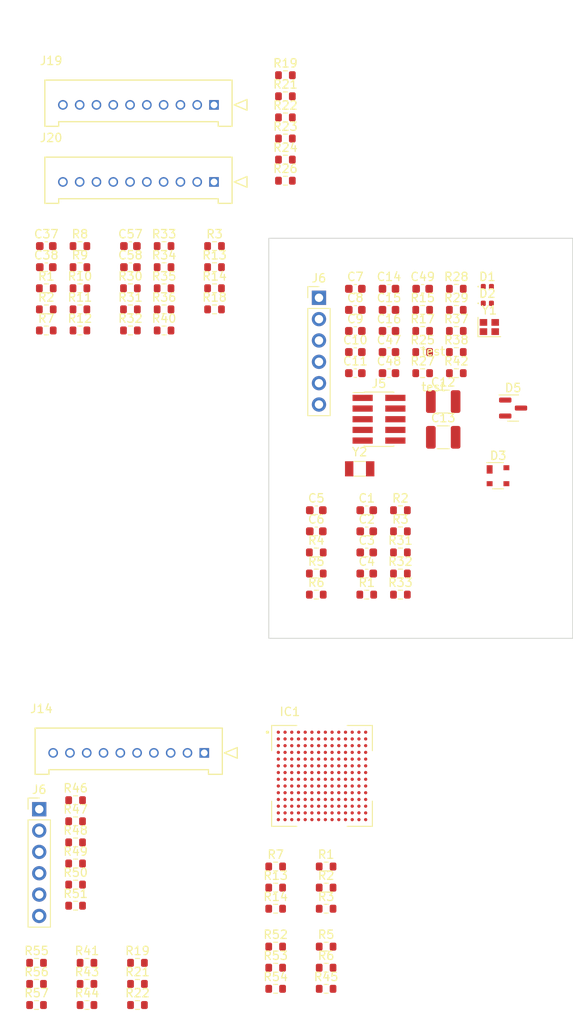
<source format=kicad_pcb>
(kicad_pcb (version 20221018) (generator pcbnew)
  (layers (0 "F.Cu" signal) (31 "B.Cu" signal) (34 "B.Paste" user) (35 "F.Paste" user) (36 "B.SilkS" user "B.Silkscreen") (37 "F.SilkS" user "F.Silkscreen") (38 "B.Mask" user) (39 "F.Mask" user) (44 "Edge.Cuts" user))
  (net 0 "")
  (net 1 "3.3V")
  (net 2 "GND")
  (net 3 "ADCS_VBATT")
  (net 4 "GNDREF")
  (net 5 "+5VD")
  (net 6 "Net-(IC1-RTC_XTALI)")
  (net 7 "Net-(IC1-RTC_XTALO)")
  (net 8 "3V3")
  (net 9 "Net-(U6-SW1)")
  (net 10 "Net-(U6-VBST)")
  (net 11 "Net-(U6-SS)")
  (net 12 "Net-(U6-VREG5)")
  (net 13 "Net-(IC1-XTALI)")
  (net 14 "Net-(IC1-XTALO)")
  (net 15 "Net-(D1-A)")
  (net 16 "Net-(D2-K)")
  (net 17 "/MCU/USB1_D-")
  (net 18 "/MCU/USB1_D+")
  (net 19 "Net-(IC1-VDD_USB_CAP)")
  (net 20 "Net-(IC1-VDD_SNVS_IN)")
  (net 21 "/MCU/JTAG.MUX.TMS")
  (net 22 "/MCU/JTAG.MUX.TCK")
  (net 23 "/MCU/JTAG.MUX.TDO")
  (net 25 "/MCU/JTAG.MUX.TDI")
  (net 26 "/MCU/JTAG.MUX.TRSTB")
  (net 27 "/EN_ADCS")
  (net 28 "/IMU.SCL")
  (net 29 "/IMU.SDA")
  (net 30 "Net-(U4-RSTN)")
  (net 31 "/Sensors/3V3_GPS")
  (net 32 "Net-(Q1-G)")
  (net 33 "/VBATT")
  (net 34 "Net-(Q1-D)")
  (net 35 "/MCU/SD.DAT3")
  (net 36 "Net-(U8-PTB3)")
  (net 37 "Net-(U6-VFB)")
  (net 38 "Net-(U6-PG)")
  (net 39 "/MCU/GPIO_AD_B1_09")
  (net 40 "Net-(Q8-G)")
  (net 41 "Net-(Q8-D)")
  (net 42 "/MCU/USB1_CC1")
  (net 43 "/MCU/USB1_CC2")
  (net 44 "Net-(IC1-PMIC_ON_REQ)")
  (net 45 "+3V3")
  (net 47 "/MCU/GPIO_AD_B1_10")
  (net 48 "/MCU/GPIO_AD_B1_11")
  (net 49 "/MCU/GPIO_AD_B1_12")
  (net 50 "/MCU/GPIO_AD_B1_13")
  (net 51 "/MCU/GPIO_AD_B1_00")
  (net 52 "/MCU/GPIO_AD_B1_01")
  (net 53 "/MCU/GPIO_AD_B1_04")
  (net 54 "/MCU/GPIO_AD_B1_05")
  (net 55 "/IMU1_and_MAG1/EN_SENSOR")
  (net 56 "Net-(Q3-G)")
  (net 57 "/GPS/EN_GPS")
  (net 58 "Net-(Q3-D)")
  (net 59 "Net-(U1-SO{slash}ADDR1)")
  (net 60 "Net-(U1-SSN{slash}ADDR0)")
  (net 61 "Net-(U1-I2CEN)")
  (net 62 "/IMU1_and_MAG1/3V3_SENSORS")
  (net 63 "/MCU/GPIO_EMC_20")
  (net 64 "/MCU/GPIO_EMC_17")
  (net 65 "Net-(U3-RSTN)")
  (net 66 "/GPS/3V3_GPS")
  (net 67 "/MCU/GPIO_B0_06")
  (net 68 "Net-(Q5-G)")
  (net 69 "Net-(Q5-D)")
  (net 70 "/MCU/GPIO_B0_07")
  (net 71 "Net-(Q10-G)")
  (net 72 "Net-(Q10-D)")
  (net 73 "/IMU2_and_MAG2/EN_SENSOR")
  (net 74 "Net-(Q12-G)")
  (net 75 "Net-(Q12-D)")
  (net 76 "Net-(U5-SO{slash}ADDR1)")
  (net 77 "Net-(U5-SSN{slash}ADDR0)")
  (net 78 "Net-(U5-I2CEN)")
  (net 79 "/IMU2_and_MAG2/3V3_SENSORS")
  (net 80 "/MCU/GPIO_EMC_16")
  (net 81 "/MCU/GPIO_EMC_13")
  (net 83 "/MCU/GPIO_B0_11")
  (net 84 "/GPS/RX_GPS")
  (net 85 "/IMU2_and_MAG2/EN_SENSORS")
  (net 86 "/MCU/GPIO_B1_09")
  (net 87 "/MCU/GPIO_EMC_15")
  (net 88 "/MCU/GPIO_EMC_18")
  (net 90 "/MCU/GPIO_EMC_19")
  (net 91 "/MCU/GPIO_EMC_14")
  (net 92 "/MCU/GPIO_EMC_39")
  (net 93 "/SDA2")
  (net 94 "/MCU/GPIO_B0_08")
  (net 95 "/GPS/TX_GPS")
  (net 96 "/MCU/GPIO_B1_07")
  (net 97 "/MCU/GPIO_B1_10")
  (net 98 "/MCU/GPIO_B1_15")
  (net 99 "/MCU/GPIO_EMC_21")
  (net 100 "/MCU/GPIO_EMC_09")
  (net 101 "/MCU/GPIO_EMC_36")
  (net 102 "/MCU/GPIO_EMC_33")
  (net 103 "/MCU/GPIO_EMC_31")
  (net 104 "/MCU/GPIO_EMC_30")
  (net 105 "/MCU/GPIO_EMC_41")
  (net 106 "/SCL2")
  (net 107 "/MCU/GPIO_B0_09")
  (net 108 "/MCU/GPIO_B0_12")
  (net 109 "/MCU/GPIO_B1_02")
  (net 110 "/IMU1_and_MAG1/DRDY_MAG")
  (net 111 "/MCU/GPIO_B1_11")
  (net 112 "/MCU/GPIO_B1_14")
  (net 116 "/MCU/GPIO_EMC_34")
  (net 117 "/MCU/GPIO_EMC_32")
  (net 118 "/MCU/GPIO_EMC_00")
  (net 119 "/IMU2_and_MAG2/DRDY_MAG")
  (net 120 "Net-(IC1-GPIO_B0_03)")
  (net 121 "/MCU/GPIO_B0_10")
  (net 122 "Net-(IC1-GPIO_B0_13)")
  (net 123 "/MCU/GPIO_B1_03")
  (net 124 "/MCU/GPIO_B1_05")
  (net 125 "/MCU/GPIO_B1_12")
  (net 126 "/MCU/GPIO_B1_13")
  (net 128 "/MCU/GPIO_EMC_37")
  (net 129 "/MCU/GPIO_EMC_35")
  (net 130 "Net-(IC1-DCDC__IN_Q)")
  (net 131 "/IMU1_and_MAG1/EN_SENSORS")
  (net 132 "/MCU/GPIO_B0_14")
  (net 133 "/MCU/GPIO_B1_04")
  (net 135 "/MCU/GPIO_EMC_04")
  (net 136 "Net-(IC1-GPIO_EMC_01)")
  (net 137 "Net-(IC1-DCDC_SENSE)")
  (net 138 "Net-(IC1-GPIO_AD_B0_04)")
  (net 139 "/MCU/JTAG.MUX.MOD")
  (net 140 "/MCU/GPIO_EMC_10")
  (net 141 "/MCU/GPIO_EMC_23")
  (net 142 "/SDA4")
  (net 143 "/MCU/GPIO_EMC_03")
  (net 144 "/MCU/GPIO_EMC_05")
  (net 145 "/MCU/GPIO_AD_B0_03")
  (net 146 "/MCU/GPIO_AD_B1_14")
  (net 147 "/SCL4")
  (net 148 "/MCU/SD.DAT2")
  (net 149 "/MCU/GPIO_EMC_08")
  (net 150 "/MCU/GPIO_EMC_07")
  (net 151 "/MCU/GPIO_EMC_06")
  (net 152 "/MCU/GPIO_AD_B0_01")
  (net 153 "/MCU/GPIO_AD_B1_08")
  (net 154 "/MCU/GPIO_AD_B0_14")
  (net 155 "/MCU/SD.DAT0")
  (net 156 "/MCU/SD.CLK")
  (net 157 "/MCU/SD.CMD")
  (net 158 "/MCU/GPIO_AD_B1_06")
  (net 159 "/MCU/GPIO_AD_B1_15")
  (net 160 "/MCU/SD.DAT1")
  (net 161 "/MCU/GPIO_AD_B1_07")
  (net 162 "/MCU/GPIO_AD_B0_12")
  (net 163 "Net-(IC1-DCDC_IN_1)")
  (net 164 "/MCU/FLASH.IO3")
  (net 165 "/MCU/FLASH.SCK")
  (net 166 "/MCU/GPIO_SD_B1_00")
  (net 167 "/MCU/WAKEUP")
  (net 168 "/MCU/PMIC_STBY_REQ")
  (net 169 "/MCU/GPIO_AD_B0_15")
  (net 170 "/RX_ADCS")
  (net 171 "/MCU/GPIO_AD_B0_13")
  (net 172 "Net-(IC1-DCDC_LP_1)")
  (net 173 "/MCU/GPIO_SD_B1_02")
  (net 174 "/MCU/GPIO_SD_B1_03")
  (net 175 "/MCU/GPIO_SD_B1_01")
  (net 176 "/MCU/ONOFF")
  (net 177 "/MCU/POR_B")
  (net 178 "Net-(IC1-VDD_SNVS_CAP)")
  (net 179 "/MCU/GPIO_AD_B0_02")
  (net 180 "/TX_ADCS")
  (net 181 "/EN_COILS")
  (net 182 "/MCU/GPIO_SD_B1_05")
  (net 183 "/MCU/FLASH.IO2")
  (net 184 "+5V")
  (net 189 "/MCU/GPIO_SD_B1_04")
  (net 190 "/MCU/FLASH.IO0")
  (net 191 "/MCU/FLASH.IO1")
  (net 192 "/MCU/FLASH.CS")
  (net 194 "Net-(IC1-VDD_HIGH_CAP)")
  (net 195 "Net-(IC1-NVCC_PLL)")
  (net 197 "/3V3_PD2")
  (net 198 "/3V3_PD1")
  (net 199 "Net-(Q10-Gate)")
  (net 200 "Net-(Q11-Gate)")
  (net 201 "Net-(Q12-Gate)")
  (net 202 "Net-(Q14-G)")
  (net 203 "Net-(Q14-D)")
  (net 204 "Net-(J23-Pin_6)")
  (net 205 "Net-(J24-Pin_6)")
  (net 206 "Net-(J21-Pin_6)")
  (net 207 "Net-(J22-Pin_6)")
  (net 208 "Net-(J25-Pin_6)")
  (net 209 "Net-(J26-Pin_6)")
  (net 210 "Net-(Q16-G)")
  (net 211 "Net-(Q16-D)")
  (net 212 "Net-(Q18-G)")
  (net 213 "Net-(Q18-D)")
  (footprint "Resistor_SMD:R_0603_1608Metric" (layer "F.Cu") (at 37.695 45.15)
    (fp_text reference "R1" (at 0 -1.43) (layer "F.SilkS"))
    (fp_text value "10K")
    (pad "1" smd roundrect (at -0.825 0) (size 0.8 0.95) (layers "F.Cu" "F.Paste" "F.Mask") (net 55 "/IMU1_and_MAG1/EN_SENSOR"))
    (pad "2" smd roundrect (at 0.825 0) (size 0.8 0.95) (layers "F.Cu" "F.Paste" "F.Mask") (net 2 "GND"))
  )
  (footprint "Capacitor_SMD:C_0603_1608Metric" (layer "F.Cu") (at 47.715 40.13)
    (fp_text reference "C57" (at 0 -1.43) (layer "F.SilkS"))
    (fp_text value "0.1uF")
    (pad "1" smd roundrect (at -0.775 0) (size 0.9 0.95) (layers "F.Cu" "F.Paste" "F.Mask") (net 79 "/IMU2_and_MAG2/3V3_SENSORS"))
    (pad "2" smd roundrect (at 0.775 0) (size 0.9 0.95) (layers "F.Cu" "F.Paste" "F.Mask") (net 2 "GND"))
  )
  (footprint "Capacitor_SMD:C_0603_1608Metric" (layer "F.Cu") (at 78.515 55.25)
    (fp_text reference "C48" (at 0 -1.43) (layer "F.SilkS"))
    (fp_text value "10pF")
    (pad "1" smd roundrect (at -0.775 0) (size 0.9 0.95) (layers "F.Cu" "F.Paste" "F.Mask") (net 14 "Net-(IC1-XTALO)"))
    (pad "2" smd roundrect (at 0.775 0) (size 0.9 0.95) (layers "F.Cu" "F.Paste" "F.Mask") (net 2 "GND"))
  )
  (footprint "Capacitor_SMD:C_0603_1608Metric" (layer "F.Cu") (at 74.505 52.74)
    (fp_text reference "C10" (at 0 -1.43) (layer "F.SilkS"))
    (fp_text value "22uF")
    (pad "1" smd roundrect (at -0.775 0) (size 0.9 0.95) (layers "F.Cu" "F.Paste" "F.Mask") (net 2 "GND"))
    (pad "2" smd roundrect (at 0.775 0) (size 0.9 0.95) (layers "F.Cu" "F.Paste" "F.Mask") (net 45 "+3V3"))
  )
  (footprint "Resistor_SMD:R_0603_1608Metric" (layer "F.Cu") (at 82.525 50.23)
    (fp_text reference "R17" (at 0 -1.43) (layer "F.SilkS"))
    (fp_text value "100k")
    (pad "1" smd roundrect (at -0.825 0) (size 0.8 0.95) (layers "F.Cu" "F.Paste" "F.Mask") (net 2 "GND"))
    (pad "2" smd roundrect (at 0.825 0) (size 0.8 0.95) (layers "F.Cu" "F.Paste" "F.Mask") (net 26 "/MCU/JTAG.MUX.TRSTB"))
  )
  (footprint "Capacitor_SMD:C_0603_1608Metric" (layer "F.Cu") (at 78.515 47.72)
    (fp_text reference "C15" (at 0 -1.43) (layer "F.SilkS"))
    (fp_text value "3.3nF")
    (pad "1" smd roundrect (at -0.775 0) (size 0.9 0.95) (layers "F.Cu" "F.Paste" "F.Mask") (net 11 "Net-(U6-SS)"))
    (pad "2" smd roundrect (at 0.775 0) (size 0.9 0.95) (layers "F.Cu" "F.Paste" "F.Mask") (net 2 "GND"))
  )
  (footprint "Resistor_SMD:R_0603_1608Metric" (layer "F.Cu") (at 79.875 71.56)
    (fp_text reference "R2" (at 0 -1.43) (layer "F.SilkS"))
    (fp_text value "10k")
    (pad "1" smd roundrect (at -0.825 0) (size 0.8 0.95) (layers "F.Cu" "F.Paste" "F.Mask") (net 1 "3.3V"))
    (pad "2" smd roundrect (at 0.825 0) (size 0.8 0.95) (layers "F.Cu" "F.Paste" "F.Mask") (net 29 "/IMU.SDA"))
  )
  (footprint "Connector_PinHeader_1.27mm:PinHeader_2x05_P1.27mm_Vertical_SMD" (layer "F.Cu") (at 77.325 60.73)
    (fp_text reference "J5" (at 0 -4.235) (layer "F.SilkS"))
    (fp_text value "JTAG_SWD_10")
    (pad "1" smd rect (at -1.95 -2.54) (size 2.4 0.74) (layers "F.Cu" "F.Paste" "F.Mask") (net 45 "+3V3"))
    (pad "2" smd rect (at 1.95 -2.54) (size 2.4 0.74) (layers "F.Cu" "F.Paste" "F.Mask") (net 21 "/MCU/JTAG.MUX.TMS"))
    (pad "3" smd rect (at -1.95 -1.27) (size 2.4 0.74) (layers "F.Cu" "F.Paste" "F.Mask") (net 2 "GND"))
    (pad "4" smd rect (at 1.95 -1.27) (size 2.4 0.74) (layers "F.Cu" "F.Paste" "F.Mask") (net 22 "/MCU/JTAG.MUX.TCK"))
    (pad "5" smd rect (at -1.95 0) (size 2.4 0.74) (layers "F.Cu" "F.Paste" "F.Mask") (net 2 "GND"))
    (pad "6" smd rect (at 1.95 0) (size 2.4 0.74) (layers "F.Cu" "F.Paste" "F.Mask") (net 23 "/MCU/JTAG.MUX.TDO"))
    (pad "7" smd rect (at -1.95 1.27) (size 2.4 0.74) (layers "F.Cu" "F.Paste" "F.Mask"))
    (pad "8" smd rect (at 1.95 1.27) (size 2.4 0.74) (layers "F.Cu" "F.Paste" "F.Mask") (net 25 "/MCU/JTAG.MUX.TDI"))
    (pad "9" smd rect (at -1.95 2.54) (size 2.4 0.74) (layers "F.Cu" "F.Paste" "F.Mask") (net 2 "GND"))
    (pad "10" smd rect (at 1.95 2.54) (size 2.4 0.74) (layers "F.Cu" "F.Paste" "F.Mask") (net 26 "/MCU/JTAG.MUX.TRSTB"))
  )
  (footprint "Resistor_SMD:R_0603_1608Metric" (layer "F.Cu") (at 86.535 52.74)
    (fp_text reference "R38" (at 0 -1.43) (layer "F.SilkS"))
    (fp_text value "5.1k")
    (pad "1" smd roundrect (at -0.825 0) (size 0.8 0.95) (layers "F.Cu" "F.Paste" "F.Mask") (net 4 "GNDREF"))
    (pad "2" smd roundrect (at 0.825 0) (size 0.8 0.95) (layers "F.Cu" "F.Paste" "F.Mask") (net 43 "/MCU/USB1_CC2"))
  )
  (footprint "Resistor_SMD:R_0603_1608Metric" (layer "F.Cu") (at 71.025 123.48)
    (fp_text reference "R5" (at 0 -1.43) (layer "F.SilkS"))
    (fp_text value "10K")
    (pad "1" smd roundrect (at -0.825 0) (size 0.8 0.95) (layers "F.Cu" "F.Paste" "F.Mask") (net 181 "/EN_COILS"))
    (pad "2" smd roundrect (at 0.825 0) (size 0.8 0.95) (layers "F.Cu" "F.Paste" "F.Mask") (net 2 "GND"))
  )
  (footprint "Capacitor_SMD:C_0603_1608Metric" (layer "F.Cu") (at 75.865 76.58)
    (fp_text reference "C3" (at 0 -1.43) (layer "F.SilkS"))
    (fp_text value "0.1uF")
    (pad "1" smd roundrect (at -0.775 0) (size 0.9 0.95) (layers "F.Cu" "F.Paste" "F.Mask") (net 1 "3.3V"))
    (pad "2" smd roundrect (at 0.775 0) (size 0.9 0.95) (layers "F.Cu" "F.Paste" "F.Mask") (net 2 "GND"))
  )
  (footprint "Resistor_SMD:R_0603_1608Metric" (layer "F.Cu") (at 47.715 47.66)
    (fp_text reference "R31" (at 0 -1.43) (layer "F.SilkS"))
    (fp_text value "4.7K")
    (pad "1" smd roundrect (at -0.825 0) (size 0.8 0.95) (layers "F.Cu" "F.Paste" "F.Mask") (net 73 "/IMU2_and_MAG2/EN_SENSOR"))
    (pad "2" smd roundrect (at 0.825 0) (size 0.8 0.95) (layers "F.Cu" "F.Paste" "F.Mask") (net 74 "Net-(Q12-G)"))
  )
  (footprint "Resistor_SMD:R_0603_1608Metric" (layer "F.Cu") (at 69.855 81.6)
    (fp_text reference "R6" (at 0 -1.43) (layer "F.SilkS"))
    (fp_text value "3.3K")
    (pad "1" smd roundrect (at -0.825 0) (size 0.8 0.95) (layers "F.Cu" "F.Paste" "F.Mask") (net 33 "/VBATT"))
    (pad "2" smd roundrect (at 0.825 0) (size 0.8 0.95) (layers "F.Cu" "F.Paste" "F.Mask") (net 34 "Net-(Q1-D)"))
  )
  (footprint "Resistor_SMD:R_0603_1608Metric" (layer "F.Cu") (at 65.015 118.97)
    (fp_text reference "R14" (at 0 -1.43) (layer "F.SilkS"))
    (fp_text value "3.3k")
    (pad "1" smd roundrect (at -0.825 0) (size 0.8 0.95) (layers "F.Cu" "F.Paste" "F.Mask") (net 45 "+3V3"))
    (pad "2" smd roundrect (at 0.825 0) (size 0.8 0.95) (layers "F.Cu" "F.Paste" "F.Mask") (net 200 "Net-(Q11-Gate)"))
  )
  (footprint "Resistor_SMD:R_0603_1608Metric" (layer "F.Cu") (at 48.555 127.92)
    (fp_text reference "R21" (at 0 -1.43) (layer "F.SilkS"))
    (fp_text value "4.7K")
    (pad "1" smd roundrect (at -0.825 0) (size 0.8 0.95) (layers "F.Cu" "F.Paste" "F.Mask") (net 67 "/MCU/GPIO_B0_06"))
    (pad "2" smd roundrect (at 0.825 0) (size 0.8 0.95) (layers "F.Cu" "F.Paste" "F.Mask") (net 40 "Net-(Q8-G)"))
  )
  (footprint "Resistor_SMD:R_0603_1608Metric" (layer "F.Cu") (at 36.535 127.92)
    (fp_text reference "R56" (at 0 -1.43) (layer "F.SilkS"))
    (fp_text value "4.7K")
    (pad "1" smd roundrect (at -0.825 0) (size 0.8 0.95) (layers "F.Cu" "F.Paste" "F.Mask") (net 85 "/IMU2_and_MAG2/EN_SENSORS"))
    (pad "2" smd roundrect (at 0.825 0) (size 0.8 0.95) (layers "F.Cu" "F.Paste" "F.Mask") (net 212 "Net-(Q18-G)"))
  )
  (footprint "Resistor_SMD:R_0603_1608Metric" (layer "F.Cu") (at 51.725 50.17)
    (fp_text reference "R40" (at 0 -1.43) (layer "F.SilkS"))
    (fp_text value "10k")
    (pad "1" smd roundrect (at -0.825 0) (size 0.8 0.95) (layers "F.Cu" "F.Paste" "F.Mask") (net 79 "/IMU2_and_MAG2/3V3_SENSORS"))
    (pad "2" smd roundrect (at 0.825 0) (size 0.8 0.95) (layers "F.Cu" "F.Paste" "F.Mask") (net 142 "/SDA4"))
  )
  (footprint "adcs:BGA196C80P14X14_1200X1200X152N" (layer "F.Cu") (at 70.535 103.17)
    (fp_text reference "IC1" (at -3.825 -7.635) (layer "F.SilkS"))
    (fp_text value "MIMXRT1062DVJ6B")
    (pad "A1" smd circle (at -5.2 -5.2) (size 0.39 0.39) (layers "F.Cu" "F.Paste" "F.Mask") (net 2 "GND"))
    (pad "A2" smd circle (at -4.4 -5.2) (size 0.39 0.39) (layers "F.Cu" "F.Paste" "F.Mask"))
    (pad "A3" smd circle (at -3.6 -5.2) (size 0.39 0.39) (layers "F.Cu" "F.Paste" "F.Mask") (net 63 "/MCU/GPIO_EMC_20"))
    (pad "A4" smd circle (at -2.8 -5.2) (size 0.39 0.39) (layers "F.Cu" "F.Paste" "F.Mask") (net 64 "/MCU/GPIO_EMC_17"))
    (pad "A5" smd circle (at -2 -5.2) (size 0.39 0.39) (layers "F.Cu" "F.Paste" "F.Mask") (net 80 "/MCU/GPIO_EMC_16"))
    (pad "A6" smd circle (at -1.2 -5.2) (size 0.39 0.39) (layers "F.Cu" "F.Paste" "F.Mask") (net 81 "/MCU/GPIO_EMC_13"))
    (pad "A7" smd circle (at -0.4 -5.2) (size 0.39 0.39) (layers "F.Cu" "F.Paste" "F.Mask"))
    (pad "A8" smd circle (at 0.4 -5.2) (size 0.39 0.39) (layers "F.Cu" "F.Paste" "F.Mask") (net 67 "/MCU/GPIO_B0_06"))
    (pad "A9" smd circle (at 1.2 -5.2) (size 0.39 0.39) (layers "F.Cu" "F.Paste" "F.Mask") (net 70 "/MCU/GPIO_B0_07"))
    (pad "A10" smd circle (at 2 -5.2) (size 0.39 0.39) (layers "F.Cu" "F.Paste" "F.Mask") (net 83 "/MCU/GPIO_B0_11"))
    (pad "A11" smd circle (at 2.8 -5.2) (size 0.39 0.39) (layers "F.Cu" "F.Paste" "F.Mask") (net 84 "/GPS/RX_GPS"))
    (pad "A12" smd circle (at 3.6 -5.2) (size 0.39 0.39) (layers "F.Cu" "F.Paste" "F.Mask") (net 85 "/IMU2_and_MAG2/EN_SENSORS"))
    (pad "A13" smd circle (at 4.4 -5.2) (size 0.39 0.39) (layers "F.Cu" "F.Paste" "F.Mask") (net 86 "/MCU/GPIO_B1_09"))
    (pad "A14" smd circle (at 5.2 -5.2) (size 0.39 0.39) (layers "F.Cu" "F.Paste" "F.Mask") (net 2 "GND"))
    (pad "B1" smd circle (at -5.2 -4.4) (size 0.39 0.39) (layers "F.Cu" "F.Paste" "F.Mask") (net 87 "/MCU/GPIO_EMC_15"))
    (pad "B2" smd circle (at -4.4 -4.4) (size 0.39 0.39) (layers "F.Cu" "F.Paste" "F.Mask") (net 88 "/MCU/GPIO_EMC_18"))
    (pad "B3" smd circle (at -3.6 -4.4) (size 0.39 0.39) (layers "F.Cu" "F.Paste" "F.Mask"))
    (pad "B4" smd circle (at -2.8 -4.4) (size 0.39 0.39) (layers "F.Cu" "F.Paste" "F.Mask") (net 90 "/MCU/GPIO_EMC_19"))
    (pad "B5" smd circle (at -2 -4.4) (size 0.39 0.39) (layers "F.Cu" "F.Paste" "F.Mask") (net 2 "GND"))
    (pad "B6" smd circle (at -1.2 -4.4) (size 0.39 0.39) (layers "F.Cu" "F.Paste" "F.Mask") (net 91 "/MCU/GPIO_EMC_14"))
    (pad "B7" smd circle (at -0.4 -4.4) (size 0.39 0.39) (layers "F.Cu" "F.Paste" "F.Mask") (net 92 "/MCU/GPIO_EMC_39"))
    (pad "B8" smd circle (at 0.4 -4.4) (size 0.39 0.39) (layers "F.Cu" "F.Paste" "F.Mask") (net 93 "/SDA2"))
    (pad "B9" smd circle (at 1.2 -4.4) (size 0.39 0.39) (layers "F.Cu" "F.Paste" "F.Mask") (net 94 "/MCU/GPIO_B0_08"))
    (pad "B10" smd circle (at 2 -4.4) (size 0.39 0.39) (layers "F.Cu" "F.Paste" "F.Mask") (net 2 "GND"))
    (pad "B11" smd circle (at 2.8 -4.4) (size 0.39 0.39) (layers "F.Cu" "F.Paste" "F.Mask") (net 95 "/GPS/TX_GPS"))
    (pad "B12" smd circle (at 3.6 -4.4) (size 0.39 0.39) (layers "F.Cu" "F.Paste" "F.Mask") (net 96 "/MCU/GPIO_B1_07"))
    (pad "B13" smd circle (at 4.4 -4.4) (size 0.39 0.39) (layers "F.Cu" "F.Paste" "F.Mask") (net 97 "/MCU/GPIO_B1_10"))
    (pad "B14" smd circle (at 5.2 -4.4) (size 0.39 0.39) (layers "F.Cu" "F.Paste" "F.Mask") (net 98 "/MCU/GPIO_B1_15"))
    (pad "C1" smd circle (at -5.2 -3.6) (size 0.39 0.39) (layers "F.Cu" "F.Paste" "F.Mask") (net 99 "/MCU/GPIO_EMC_21"))
    (pad "C2" smd circle (at -4.4 -3.6) (size 0.39 0.39) (layers "F.Cu" "F.Paste" "F.Mask") (net 100 "/MCU/GPIO_EMC_09"))
    (pad "C3" smd circle (at -3.6 -3.6) (size 0.39 0.39) (layers "F.Cu" "F.Paste" "F.Mask") (net 101 "/MCU/GPIO_EMC_36"))
    (pad "C4" smd circle (at -2.8 -3.6) (size 0.39 0.39) (layers "F.Cu" "F.Paste" "F.Mask") (net 102 "/MCU/GPIO_EMC_33"))
    (pad "C5" smd circle (at -2 -3.6) (size 0.39 0.39) (layers "F.Cu" "F.Paste" "F.Mask") (net 103 "/MCU/GPIO_EMC_31"))
    (pad "C6" smd circle (at -1.2 -3.6) (size 0.39 0.39) (layers "F.Cu" "F.Paste" "F.Mask") (net 104 "/MCU/GPIO_EMC_30"))
    (pad "C7" smd circle (at -0.4 -3.6) (size 0.39 0.39) (layers "F.Cu" "F.Paste" "F.Mask") (net 105 "/MCU/GPIO_EMC_41"))
    (pad "C8" smd circle (at 0.4 -3.6) (size 0.39 0.39) (layers "F.Cu" "F.Paste" "F.Mask") (net 106 "/SCL2"))
    (pad "C9" smd circle (at 1.2 -3.6) (size 0.39 0.39) (layers "F.Cu" "F.Paste" "F.Mask") (net 107 "/MCU/GPIO_B0_09"))
    (pad "C10" smd circle (at 2 -3.6) (size 0.39 0.39) (layers "F.Cu" "F.Paste" "F.Mask") (net 108 "/MCU/GPIO_B0_12"))
    (pad "C11" smd circle (at 2.8 -3.6) (size 0.39 0.39) (layers "F.Cu" "F.Paste" "F.Mask") (net 109 "/MCU/GPIO_B1_02"))
    (pad "C12" smd circle (at 3.6 -3.6) (size 0.39 0.39) (layers "F.Cu" "F.Paste" "F.Mask") (net 110 "/IMU1_and_MAG1/DRDY_MAG"))
    (pad "C13" smd circle (at 4.4 -3.6) (size 0.39 0.39) (layers "F.Cu" "F.Paste" "F.Mask") (net 111 "/MCU/GPIO_B1_11"))
    (pad "C14" smd circle (at 5.2 -3.6) (size 0.39 0.39) (layers "F.Cu" "F.Paste" "F.Mask") (net 112 "/MCU/GPIO_B1_14"))
    (pad "D1" smd circle (at -5.2 -2.8) (size 0.39 0.39) (layers "F.Cu" "F.Paste" "F.Mask"))
    (pad "D2" smd circle (at -4.4 -2.8) (size 0.39 0.39) (layers "F.Cu" "F.Paste" "F.Mask"))
    (pad "D3" smd circle (at -3.6 -2.8) (size 0.39 0.39) (layers "F.Cu" "F.Paste" "F.Mask"))
    (pad "D4" smd circle (at -2.8 -2.8) (size 0.39 0.39) (layers "F.Cu" "F.Paste" "F.Mask") (net 116 "/MCU/GPIO_EMC_34"))
    (pad "D5" smd circle (at -2 -2.8) (size 0.39 0.39) (layers "F.Cu" "F.Paste" "F.Mask") (net 117 "/MCU/GPIO_EMC_32"))
    (pad "D6" smd circle (at -1.2 -2.8) (size 0.39 0.39) (layers "F.Cu" "F.Paste" "F.Mask") (net 118 "/MCU/GPIO_EMC_00"))
    (pad "D7" smd circle (at -0.4 -2.8) (size 0.39 0.39) (layers "F.Cu" "F.Paste" "F.Mask") (net 119 "/IMU2_and_MAG2/DRDY_MAG"))
    (pad "D8" smd circle (at 0.4 -2.8) (size 0.39 0.39) (layers "F.Cu" "F.Paste" "F.Mask") (net 120 "Net-(IC1-GPIO_B0_03)"))
    (pad "D9" smd circle (at 1.2 -2.8) (size 0.39 0.39) (layers "F.Cu" "F.Paste" "F.Mask") (net 121 "/MCU/GPIO_B0_10"))
    (pad "D10" smd circle (at 2 -2.8) (size 0.39 0.39) (layers "F.Cu" "F.Paste" "F.Mask") (net 122 "Net-(IC1-GPIO_B0_13)"))
    (pad "D11" smd circle (at 2.8 -2.8) (size 0.39 0.39) (layers "F.Cu" "F.Paste" "F.Mask") (net 123 "/MCU/GPIO_B1_03"))
    (pad "D12" smd circle (at 3.6 -2.8) (size 0.39 0.39) (layers "F.Cu" "F.Paste" "F.Mask") (net 124 "/MCU/GPIO_B1_05"))
    (pad "D13" smd circle (at 4.4 -2.8) (size 0.39 0.39) (layers "F.Cu" "F.Paste" "F.Mask") (net 125 "/MCU/GPIO_B1_12"))
    (pad "D14" smd circle (at 5.2 -2.8) (size 0.39 0.39) (layers "F.Cu" "F.Paste" "F.Mask") (net 126 "/MCU/GPIO_B1_13"))
    (pad "E1" smd circle (at -5.2 -2) (size 0.39 0.39) (layers "F.Cu" "F.Paste" "F.Mask"))
    (pad "E2" smd circle (at -4.4 -2) (size 0.39 0.39) (layers "F.Cu" "F.Paste" "F.Mask") (net 2 "GND"))
    (pad "E3" smd circle (at -3.6 -2) (size 0.39 0.39) (layers "F.Cu" "F.Paste" "F.Mask") (net 118 "/MCU/GPIO_EMC_00"))
    (pad "E4" smd circle (at -2.8 -2) (size 0.39 0.39) (layers "F.Cu" "F.Paste" "F.Mask") (net 128 "/MCU/GPIO_EMC_37"))
    (pad "E5" smd circle (at -2 -2) (size 0.39 0.39) (layers "F.Cu" "F.Paste" "F.Mask") (net 129 "/MCU/GPIO_EMC_35"))
    (pad "E6" smd circle (at -1.2 -2) (size 0.39 0.39) (layers "F.Cu" "F.Paste" "F.Mask") (net 130 "Net-(IC1-DCDC__IN_Q)"))
    (pad "E7" smd circle (at -0.4 -2) (size 0.39 0.39) (layers "F.Cu" "F.Paste" "F.Mask") (net 131 "/IMU1_and_MAG1/EN_SENSORS"))
    (pad "E8" smd circle (at 0.4 -2) (size 0.39 0.39) (layers "F.Cu" "F.Paste" "F.Mask") (net 57 "/GPS/EN_GPS"))
    (pad "E9" smd circle (at 1.2 -2) (size 0.39 0.39) (layers "F.Cu" "F.Paste" "F.Mask") (net 130 "Net-(IC1-DCDC__IN_Q)"))
    (pad "E10" smd circle (at 2 -2) (size 0.39 0.39) (layers "F.Cu" "F.Paste" "F.Mask") (net 132 "/MCU/GPIO_B0_14"))
    (pad "E11" smd circle (at 2.8 -2) (size 0.39 0.39) (layers "F.Cu" "F.Paste" "F.Mask") (net 98 "/MCU/GPIO_B1_15"))
    (pad "E12" smd circle (at 3.6 -2) (size 0.39 0.39) (layers "F.Cu" "F.Paste" "F.Mask") (net 133 "/MCU/GPIO_B1_04"))
    (pad "E13" smd circle (at 4.4 -2) (size 0.39 0.39) (layers "F.Cu" "F.Paste" "F.Mask") (net 2 "GND"))
    (pad "E14" smd circle (at 5.2 -2) (size 0.39 0.39) (layers "F.Cu" "F.Paste" "F.Mask") (net 21 "/MCU/JTAG.MUX.TMS"))
    (pad "F1" smd circle (at -5.2 -1.2) (size 0.39 0.39) (layers "F.Cu" "F.Paste" "F.Mask"))
    (pad "F2" smd circle (at -4.4 -1.2) (size 0.39 0.39) (layers "F.Cu" "F.Paste" "F.Mask") (net 135 "/MCU/GPIO_EMC_04"))
    (pad "F3" smd circle (at -3.6 -1.2) (size 0.39 0.39) (layers "F.Cu" "F.Paste" "F.Mask") (net 136 "Net-(IC1-GPIO_EMC_01)"))
    (pad "F4" smd circle (at -2.8 -1.2) (size 0.39 0.39) (layers "F.Cu" "F.Paste" "F.Mask") (net 130 "Net-(IC1-DCDC__IN_Q)"))
    (pad "F5" smd circle (at -2 -1.2) (size 0.39 0.39) (layers "F.Cu" "F.Paste" "F.Mask") (net 130 "Net-(IC1-DCDC__IN_Q)"))
    (pad "F6" smd circle (at -1.2 -1.2) (size 0.39 0.39) (layers "F.Cu" "F.Paste" "F.Mask") (net 137 "Net-(IC1-DCDC_SENSE)"))
    (pad "F7" smd circle (at -0.4 -1.2) (size 0.39 0.39) (layers "F.Cu" "F.Paste" "F.Mask") (net 137 "Net-(IC1-DCDC_SENSE)"))
    (pad "F8" smd circle (at 0.4 -1.2) (size 0.39 0.39) (layers "F.Cu" "F.Paste" "F.Mask") (net 137 "Net-(IC1-DCDC_SENSE)"))
    (pad "F9" smd circle (at 1.2 -1.2) (size 0.39 0.39) (layers "F.Cu" "F.Paste" "F.Mask") (net 137 "Net-(IC1-DCDC_SENSE)"))
    (pad "F10" smd circle (at 2 -1.2) (size 0.39 0.39) (layers "F.Cu" "F.Paste" "F.Mask") (net 130 "Net-(IC1-DCDC__IN_Q)"))
    (pad "F11" smd circle (at 2.8 -1.2) (size 0.39 0.39) (layers "F.Cu" "F.Paste" "F.Mask") (net 138 "Net-(IC1-GPIO_AD_B0_04)"))
    (pad "F12" smd circle (at 3.6 -1.2) (size 0.39 0.39) (layers "F.Cu" "F.Paste" "F.Mask") (net 22 "/MCU/JTAG.MUX.TCK"))
    (pad "F13" smd circle (at 4.4 -1.2) (size 0.39 0.39) (layers "F.Cu" "F.Paste" "F.Mask") (net 139 "/MCU/JTAG.MUX.MOD"))
    (pad "F14" smd circle (at 5.2 -1.2) (size 0.39 0.39) (layers "F.Cu" "F.Paste" "F.Mask") (net 25 "/MCU/JTAG.MUX.TDI"))
    (pad "G1" smd circle (at -5.2 -0.4) (size 0.39 0.39) (layers "F.Cu" "F.Paste" "F.Mask") (net 140 "/MCU/GPIO_EMC_10"))
    (pad "G2" smd circle (at -4.4 -0.4) (size 0.39 0.39) (layers "F.Cu" "F.Paste" "F.Mask") (net 141 "/MCU/GPIO_EMC_23"))
    (pad "G3" smd circle (at -3.6 -0.4) (size 0.39 0.39) (layers "F.Cu" "F.Paste" "F.Mask") (net 142 "/SDA4"))
    (pad "G4" smd circle (at -2.8 -0.4) (size 0.39 0.39) (layers "F.Cu" "F.Paste" "F.Mask") (net 143 "/MCU/GPIO_EMC_03"))
    (pad "G5" smd circle (at -2 -0.4) (size 0.39 0.39) (layers "F.Cu" "F.Paste" "F.Mask") (net 144 "/MCU/GPIO_EMC_05"))
    (pad "G6" smd circle (at -1.2 -0.4) (size 0.39 0.39) (layers "F.Cu" "F.Paste" "F.Mask") (net 137 "Net-(IC1-DCDC_SENSE)"))
    (pad "G7" smd circle (at -0.4 -0.4) (size 0.39 0.39) (layers "F.Cu" "F.Paste" "F.Mask") (net 2 "GND"))
    (pad "G8" smd circle (at 0.4 -0.4) (size 0.39 0.39) (layers "F.Cu" "F.Paste" "F.Mask") (net 2 "GND"))
    (pad "G9" smd circle (at 1.2 -0.4) (size 0.39 0.39) (layers "F.Cu" "F.Paste" "F.Mask") (net 137 "Net-(IC1-DCDC_SENSE)"))
    (pad "G10" smd circle (at 2 -0.4) (size 0.39 0.39) (layers "F.Cu" "F.Paste" "F.Mask") (net 26 "/MCU/JTAG.MUX.TRSTB"))
    (pad "G11" smd circle (at 2.8 -0.4) (size 0.39 0.39) (layers "F.Cu" "F.Paste" "F.Mask") (net 145 "/MCU/GPIO_AD_B0_03"))
    (pad "G12" smd circle (at 3.6 -0.4) (size 0.39 0.39) (layers "F.Cu" "F.Paste" "F.Mask") (net 146 "/MCU/GPIO_AD_B1_14"))
    (pad "G13" smd circle (at 4.4 -0.4) (size 0.39 0.39) (layers "F.Cu" "F.Paste" "F.Mask") (net 23 "/MCU/JTAG.MUX.TDO"))
    (pad "G14" smd circle (at 5.2 -0.4) (size 0.39 0.39) (layers "F.Cu" "F.Paste" "F.Mask") (net 2 "GND"))
    (pad "H1" smd circle (at -5.2 0.4) (size 0.39 0.39) (layers "F.Cu" "F.Paste" "F.Mask") (net 147 "/SCL4"))
    (pad "H2" smd circle (at -4.4 0.4) (size 0.39 0.39) (layers "F.Cu" "F.Paste" "F.Mask") (net 148 "/MCU/SD.DAT2"))
    (pad "H3" smd circle (at -3.6 0.4) (size 0.39 0.39) (layers "F.Cu" "F.Paste" "F.Mask") (net 149 "/MCU/GPIO_EMC_08"))
    (pad "H4" smd circle (at -2.8 0.4) (size 0.39 0.39) (layers "F.Cu" "F.Paste" "F.Mask") (net 150 "/MCU/GPIO_EMC_07"))
    (pad "H5" smd circle (at -2 0.4) (size 0.39 0.39) (layers "F.Cu" "F.Paste" "F.Mask") (net 151 "/MCU/GPIO_EMC_06"))
    (pad "H6" smd circle (at -1.2 0.4) (size 0.39 0.39) (layers "F.Cu" "F.Paste" "F.Mask") (net 137 "Net-(IC1-DCDC_SENSE)"))
    (pad "H7" smd circle (at -0.4 0.4) (size 0.39 0.39) (layers "F.Cu" "F.Paste" "F.Mask") (net 2 "GND"))
    (pad "H8" smd circle (at 0.4 0.4) (size 0.39 0.39) (layers "F.Cu" "F.Paste" "F.Mask") (net 2 "GND"))
    (pad "H9" smd circle (at 1.2 0.4) (size 0.39 0.39) (layers "F.Cu" "F.Paste" "F.Mask") (net 137 "Net-(IC1-DCDC_SENSE)"))
    (pad "H10" smd circle (at 2 0.4) (size 0.39 0.39) (layers "F.Cu" "F.Paste" "F.Mask") (net 152 "/MCU/GPIO_AD_B0_01"))
    (pad "H11" smd circle (at 2.8 0.4) (size 0.39 0.39) (layers "F.Cu" "F.Paste" "F.Mask") (net 50 "/MCU/GPIO_AD_B1_13"))
    (pad "H12" smd circle (at 3.6 0.4) (size 0.39 0.39) (layers "F.Cu" "F.Paste" "F.Mask") (net 49 "/MCU/GPIO_AD_B1_12"))
    (pad "H13" smd circle (at 4.4 0.4) (size 0.39 0.39) (layers "F.Cu" "F.Paste" "F.Mask") (net 153 "/MCU/GPIO_AD_B1_08"))
    (pad "H14" smd circle (at 5.2 0.4) (size 0.39 0.39) (layers "F.Cu" "F.Paste" "F.Mask") (net 154 "/MCU/GPIO_AD_B0_14"))
    (pad "J1" smd circle (at -5.2 1.2) (size 0.39 0.39) (layers "F.Cu" "F.Paste" "F.Mask") (net 155 "/MCU/SD.DAT0"))
    (pad "J2" smd circle (at -4.4 1.2) (size 0.39 0.39) (layers "F.Cu" "F.Paste" "F.Mask") (net 35 "/MCU/SD.DAT3"))
    (pad "J3" smd circle (at -3.6 1.2) (size 0.39 0.39) (layers "F.Cu" "F.Paste" "F.Mask") (net 156 "/MCU/SD.CLK"))
    (pad "J4" smd circle (at -2.8 1.2) (size 0.39 0.39) (layers "F.Cu" "F.Paste" "F.Mask") (net 157 "/MCU/SD.CMD"))
    (pad "J5" smd circle (at -2 1.2) (size 0.39 0.39) (layers "F.Cu" "F.Paste" "F.Mask") (net 137 "Net-(IC1-DCDC_SENSE)"))
    (pad "J6" smd circle (at -1.2 1.2) (size 0.39 0.39) (layers "F.Cu" "F.Paste" "F.Mask") (net 130 "Net-(IC1-DCDC__IN_Q)"))
    (pad "J7" smd circle (at -0.4 1.2) (size 0.39 0.39) (layers "F.Cu" "F.Paste" "F.Mask") (net 2 "GND"))
    (pad "J8" smd circle (at 0.4 1.2) (size 0.39 0.39) (layers "F.Cu" "F.Paste" "F.Mask") (net 2 "GND"))
    (pad "J9" smd circle (at 1.2 1.2) (size 0.39 0.39) (layers "F.Cu" "F.Paste" "F.Mask") (net 137 "Net-(IC1-DCDC_SENSE)"))
    (pad "J10" smd circle (at 2 1.2) (size 0.39 0.39) (layers "F.Cu" "F.Paste" "F.Mask") (net 130 "Net-(IC1-DCDC__IN_Q)"))
    (pad "J11" smd circle (at 2.8 1.2) (size 0.39 0.39) (layers "F.Cu" "F.Paste" "F.Mask") (net 51 "/MCU/GPIO_AD_B1_00"))
    (pad "J12" smd circle (at 3.6 1.2) (size 0.39 0.39) (layers "F.Cu" "F.Paste" "F.Mask") (net 158 "/MCU/GPIO_AD_B1_06"))
    (pad "J13" smd circle (at 4.4 1.2) (size 0.39 0.39) (layers "F.Cu" "F.Paste" "F.Mask") (net 48 "/MCU/GPIO_AD_B1_11"))
    (pad "J14" smd circle (at 5.2 1.2) (size 0.39 0.39) (layers "F.Cu" "F.Paste" "F.Mask") (net 159 "/MCU/GPIO_AD_B1_15"))
    (pad "K1" smd circle (at -5.2 2) (size 0.39 0.39) (layers "F.Cu" "F.Paste" "F.Mask") (net 160 "/MCU/SD.DAT1"))
    (pad "K2" smd circle (at -4.4 2) (size 0.39 0.39) (layers "F.Cu" "F.Paste" "F.Mask") (net 2 "GND"))
    (pad "K3" smd circle (at -3.6 2) (size 0.39 0.39) (layers "F.Cu" "F.Paste" "F.Mask") (net 26 "/MCU/JTAG.MUX.TRSTB"))
    (pad "K4" smd circle (at -2.8 2) (size 0.39 0.39) (layers "F.Cu" "F.Paste" "F.Mask") (net 130 "Net-(IC1-DCDC__IN_Q)"))
    (pad "K5" smd circle (at -2 2) (size 0.39 0.39) (layers "F.Cu" "F.Paste" "F.Mask") (net 130 "Net-(IC1-DCDC__IN_Q)"))
    (pad "K6" smd circle (at -1.2 2) (size 0.39 0.39) (layers "F.Cu" "F.Paste" "F.Mask") (net 2 "GND"))
    (pad "K7" smd circle (at -0.4 2) (size 0.39 0.39) (layers "F.Cu" "F.Paste" "F.Mask") (net 44 "Net-(IC1-PMIC_ON_REQ)"))
    (pad "K8" smd circle (at 0.4 2) (size 0.39 0.39) (layers "F.Cu" "F.Paste" "F.Mask") (net 19 "Net-(IC1-VDD_USB_CAP)"))
    (pad "K9" smd circle (at 1.2 2) (size 0.39 0.39) (layers "F.Cu" "F.Paste" "F.Mask") (net 2 "GND"))
    (pad "K10" smd circle (at 2 2) (size 0.39 0.39) (layers "F.Cu" "F.Paste" "F.Mask") (net 161 "/MCU/GPIO_AD_B1_07"))
    (pad "K11" smd circle (at 2.8 2) (size 0.39 0.39) (layers "F.Cu" "F.Paste" "F.Mask") (net 52 "/MCU/GPIO_AD_B1_01"))
    (pad "K12" smd circle (at 3.6 2) (size 0.39 0.39) (layers "F.Cu" "F.Paste" "F.Mask") (net 54 "/MCU/GPIO_AD_B1_05"))
    (pad "K13" smd circle (at 4.4 2) (size 0.39 0.39) (layers "F.Cu" "F.Paste" "F.Mask") (net 2 "GND"))
    (pad "K14" smd circle (at 5.2 2) (size 0.39 0.39) (layers "F.Cu" "F.Paste" "F.Mask") (net 162 "/MCU/GPIO_AD_B0_12"))
    (pad "L1" smd circle (at -5.2 2.8) (size 0.39 0.39) (layers "F.Cu" "F.Paste" "F.Mask") (net 163 "Net-(IC1-DCDC_IN_1)"))
    (pad "L2" smd circle (at -4.4 2.8) (size 0.39 0.39) (layers "F.Cu" "F.Paste" "F.Mask") (net 163 "Net-(IC1-DCDC_IN_1)"))
    (pad "L3" smd circle (at -3.6 2.8) (size 0.39 0.39) (layers "F.Cu" "F.Paste" "F.Mask") (net 164 "/MCU/FLASH.IO3"))
    (pad "L4" smd circle (at -2.8 2.8) (size 0.39 0.39) (layers "F.Cu" "F.Paste" "F.Mask") (net 165 "/MCU/FLASH.SCK"))
    (pad "L5" smd circle (at -2 2.8) (size 0.39 0.39) (layers "F.Cu" "F.Paste" "F.Mask") (net 166 "/MCU/GPIO_SD_B1_00"))
    (pad "L6" smd circle (at -1.2 2.8) (size 0.39 0.39) (layers "F.Cu" "F.Paste" "F.Mask") (net 167 "/MCU/WAKEUP"))
    (pad "L7" smd circle (at -0.4 2.8) (size 0.39 0.39) (layers "F.Cu" "F.Paste" "F.Mask") (net 168 "/MCU/PMIC_STBY_REQ"))
    (pad "L8" smd circle (at 0.4 2.8) (size 0.39 0.39) (layers "F.Cu" "F.Paste" "F.Mask") (net 18 "/MCU/USB1_D+"))
    (pad "L9" smd circle (at 1.2 2.8) (size 0.39 0.39) (layers "F.Cu" "F.Paste" "F.Mask") (net 2 "GND"))
    (pad "L10" smd circle (at 2 2.8) (size 0.39 0.39) (layers "F.Cu" "F.Paste" "F.Mask") (net 169 "/MCU/GPIO_AD_B0_15"))
    (pad "L11" smd circle (at 2.8 2.8) (size 0.39 0.39) (layers "F.Cu" "F.Paste" "F.Mask") (net 170 "/RX_ADCS"))
    (pad "L12" smd circle (at 3.6 2.8) (size 0.39 0.39) (layers "F.Cu" "F.Paste" "F.Mask") (net 53 "/MCU/GPIO_AD_B1_04"))
    (pad "L13" smd circle (at 4.4 2.8) (size 0.39 0.39) (layers "F.Cu" "F.Paste" "F.Mask") (net 47 "/MCU/GPIO_AD_B1_10"))
    (pad "L14" smd circle (at 5.2 2.8) (size 0.39 0.39) (layers "F.Cu" "F.Paste" "F.Mask") (net 171 "/MCU/GPIO_AD_B0_13"))
    (pad "M1" smd circle (at -5.2 3.6) (size 0.39 0.39) (layers "F.Cu" "F.Paste" "F.Mask") (net 172 "Net-(IC1-DCDC_LP_1)"))
    (pad "M2" smd circle (at -4.4 3.6) (size 0.39 0.39) (layers "F.Cu" "F.Paste" "F.Mask") (net 172 "Net-(IC1-DCDC_LP_1)"))
    (pad "M3" smd circle (at -3.6 3.6) (size 0.39 0.39) (layers "F.Cu" "F.Paste" "F.Mask") (net 173 "/MCU/GPIO_SD_B1_02"))
    (pad "M4" smd circle (at -2.8 3.6) (size 0.39 0.39) (layers "F.Cu" "F.Paste" "F.Mask") (net 174 "/MCU/GPIO_SD_B1_03"))
    (pad "M5" smd circle (at -2 3.6) (size 0.39 0.39) (layers "F.Cu" "F.Paste" "F.Mask") (net 175 "/MCU/GPIO_SD_B1_01"))
    (pad "M6" smd circle (at -1.2 3.6) (size 0.39 0.39) (layers "F.Cu" "F.Paste" "F.Mask") (net 176 "/MCU/ONOFF"))
    (pad "M7" smd circle (at -0.4 3.6) (size 0.39 0.39) (layers "F.Cu" "F.Paste" "F.Mask") (net 177 "/MCU/POR_B"))
    (pad "M8" smd circle (at 0.4 3.6) (size 0.39 0.39) (layers "F.Cu" "F.Paste" "F.Mask") (net 17 "/MCU/USB1_D-"))
    (pad "M9" smd circle (at 1.2 3.6) (size 0.39 0.39) (layers "F.Cu" "F.Paste" "F.Mask") (net 20 "Net-(IC1-VDD_SNVS_IN)"))
    (pad "M10" smd circle (at 2 3.6) (size 0.39 0.39) (layers "F.Cu" "F.Paste" "F.Mask") (net 178 "Net-(IC1-VDD_SNVS_CAP)"))
    (pad "M11" smd circle (at 2.8 3.6) (size 0.39 0.39) (layers "F.Cu" "F.Paste" "F.Mask") (net 179 "/MCU/GPIO_AD_B0_02"))
    (pad "M12" smd circle (at 3.6 3.6) (size 0.39 0.39) (layers "F.Cu" "F.Paste" "F.Mask") (net 180 "/TX_ADCS"))
    (pad "M13" smd circle (at 4.4 3.6) (size 0.39 0.39) (layers "F.Cu" "F.Paste" "F.Mask") (net 39 "/MCU/GPIO_AD_B1_09"))
    (pad "M14" smd circle (at 5.2 3.6) (size 0.39 0.39) (layers "F.Cu" "F.Paste" "F.Mask") (net 181 "/EN_COILS"))
    (pad "N1" smd circle (at -5.2 4.4) (size 0.39 0.39) (layers "F.Cu" "F.Paste" "F.Mask") (net 2 "GND"))
    (pad "N2" smd circle (at -4.4 4.4) (size 0.39 0.39) (layers "F.Cu" "F.Paste" "F.Mask") (net 2 "GND"))
    (pad "N3" smd circle (at -3.6 4.4) (size 0.39 0.39) (layers "F.Cu" "F.Paste" "F.Mask") (net 182 "/MCU/GPIO_SD_B1_05"))
    (pad "N4" smd circle (at -2.8 4.4) (size 0.39 0.39) (layers "F.Cu" "F.Paste" "F.Mask") (net 183 "/MCU/FLASH.IO2"))
    (pad "N5" smd circle (at -2 4.4) (size 0.39 0.39) (layers "F.Cu" "F.Paste" "F.Mask") (net 2 "GND"))
    (pad "N6" smd circle (at -1.2 4.4) (size 0.39 0.39) (layers "F.Cu" "F.Paste" "F.Mask") (net 184 "+5V"))
    (pad "N7" smd circle (at -0.4 4.4) (size 0.39 0.39) (layers "F.Cu" "F.Paste" "F.Mask"))
    (pad "N8" smd circle (at 0.4 4.4) (size 0.39 0.39) (layers "F.Cu" "F.Paste" "F.Mask") (net 2 "GND"))
    (pad "N9" smd circle (at 1.2 4.4) (size 0.39 0.39) (layers "F.Cu" "F.Paste" "F.Mask") (net 6 "Net-(IC1-RTC_XTALI)"))
    (pad "N10" smd circle (at 2 4.4) (size 0.39 0.39) (layers "F.Cu" "F.Paste" "F.Mask"))
    (pad "N11" smd circle (at 2.8 4.4) (size 0.39 0.39) (layers "F.Cu" "F.Paste" "F.Mask") (net 14 "Net-(IC1-XTALO)"))
    (pad "N12" smd circle (at 3.6 4.4) (size 0.39 0.39) (layers "F.Cu" "F.Paste" "F.Mask"))
    (pad "N13" smd circle (at 4.4 4.4) (size 0.39 0.39) (layers "F.Cu" "F.Paste" "F.Mask"))
    (pad "N14" smd circle (at 5.2 4.4) (size 0.39 0.39) (layers "F.Cu" "F.Paste" "F.Mask") (net 130 "Net-(IC1-DCDC__IN_Q)"))
    (pad "P1" smd circle (at -5.2 5.2) (size 0.39 0.39) (layers "F.Cu" "F.Paste" "F.Mask") (net 2 "GND"))
    (pad "P2" smd circle (at -4.4 5.2) (size 0.39 0.39) (layers "F.Cu" "F.Paste" "F.Mask") (net 189 "/MCU/GPIO_SD_B1_04"))
    (pad "P3" smd circle (at -3.6 5.2) (size 0.39 0.39) (layers "F.Cu" "F.Paste" "F.Mask") (net 190 "/MCU/FLASH.IO0"))
    (pad "P4" smd circle (at -2.8 5.2) (size 0.39 0.39) (layers "F.Cu" "F.Paste" "F.Mask") (net 191 "/MCU/FLASH.IO1"))
    (pad "P5" smd circle (at -2 5.2) (size 0.39 0.39) (layers "F.Cu" "F.Paste" "F.Mask") (net 192 "/MCU/FLASH.CS"))
    (pad "P6" smd circle (at -1.2 5.2) (size 0.39 0.39) (layers "F.Cu" "F.Paste" "F.Mask") (net 184 "+5V"))
    (pad "P7" smd circle (at -0.4 5.2) (size 0.39 0.39) (layers "F.Cu" "F.Paste" "F.Mask"))
    (pad "P8" smd circle (at 0.4 5.2) (size 0.39 0.39) (layers "F.Cu" "F.Paste" "F.Mask") (net 194 "Net-(IC1-VDD_HIGH_CAP)"))
    (pad "P9" smd circle (at 1.2 5.2) (size 0.39 0.39) (layers "F.Cu" "F.Paste" "F.Mask") (net 7 "Net-(IC1-RTC_XTALO)"))
    (pad "P10" smd circle (at 2 5.2) (size 0.39 0.39) (layers "F.Cu" "F.Paste" "F.Mask") (net 195 "Net-(IC1-NVCC_PLL)"))
    (pad "P11" smd circle (at 2.8 5.2) (size 0.39 0.39) (layers "F.Cu" "F.Paste" "F.Mask") (net 13 "Net-(IC1-XTALI)"))
    (pad "P12" smd circle (at 3.6 5.2) (size 0.39 0.39) (layers "F.Cu" "F.Paste" "F.Mask") (net 130 "Net-(IC1-DCDC__IN_Q)"))
    (pad "P13" smd circle (at 4.4 5.2) (size 0.39 0.39) (layers "F.Cu" "F.Paste" "F.Mask"))
    (pad "P14" smd circle (at 5.2 5.2) (size 0.39 0.39) (layers "F.Cu" "F.Paste" "F.Mask") (net 2 "GND"))
  )
  (footprint "Resistor_SMD:R_0603_1608Metric" (layer "F.Cu") (at 66.175 32.35)
    (fp_text reference "R26" (at 0 -1.43) (layer "F.SilkS"))
    (fp_text value "3.3K")
    (pad "1" smd roundrect (at -0.825 0) (size 0.8 0.95) (layers "F.Cu" "F.Paste" "F.Mask") (net 8 "3V3"))
    (pad "2" smd roundrect (at 0.825 0) (size 0.8 0.95) (layers "F.Cu" "F.Paste" "F.Mask") (net 72 "Net-(Q10-D)"))
  )
  (footprint "Resistor_SMD:R_0603_1608Metric" (layer "F.Cu") (at 51.725 40.13)
    (fp_text reference "R33" (at 0 -1.43) (layer "F.SilkS"))
    (fp_text value "10k")
    (pad "1" smd roundrect (at -0.825 0) (size 0.8 0.95) (layers "F.Cu" "F.Paste" "F.Mask") (net 2 "GND"))
    (pad "2" smd roundrect (at 0.825 0) (size 0.8 0.95) (layers "F.Cu" "F.Paste" "F.Mask") (net 76 "Net-(U5-SO{slash}ADDR1)"))
  )
  (footprint "Capacitor_SMD:C_0603_1608Metric" (layer "F.Cu") (at 75.865 74.07)
    (fp_text reference "C2" (at 0 -1.43) (layer "F.SilkS"))
    (fp_text value "0.1uF")
    (pad "1" smd roundrect (at -0.775 0) (size 0.9 0.95) (layers "F.Cu" "F.Paste" "F.Mask") (net 1 "3.3V"))
    (pad "2" smd roundrect (at 0.775 0) (size 0.9 0.95) (layers "F.Cu" "F.Paste" "F.Mask") (net 2 "GND"))
  )
  (footprint "Capacitor_SMD:C_0603_1608Metric" (layer "F.Cu") (at 78.515 52.74)
    (fp_text reference "C47" (at 0 -1.43) (layer "F.SilkS"))
    (fp_text value "10pF")
    (pad "1" smd roundrect (at -0.775 0) (size 0.9 0.95) (layers "F.Cu" "F.Paste" "F.Mask") (net 13 "Net-(IC1-XTALI)"))
    (pad "2" smd roundrect (at 0.775 0) (size 0.9 0.95) (layers "F.Cu" "F.Paste" "F.Mask") (net 2 "GND"))
  )
  (footprint "Capacitor_SMD:C_0603_1608Metric" (layer "F.Cu") (at 74.505 55.25)
    (fp_text reference "C11" (at 0 -1.43) (layer "F.SilkS"))
    (fp_text value "22uF")
    (pad "1" smd roundrect (at -0.775 0) (size 0.9 0.95) (layers "F.Cu" "F.Paste" "F.Mask") (net 2 "GND"))
    (pad "2" smd roundrect (at 0.775 0) (size 0.9 0.95) (layers "F.Cu" "F.Paste" "F.Mask") (net 45 "+3V3"))
  )
  (footprint "Resistor_SMD:R_0603_1608Metric" (layer "F.Cu") (at 71.025 125.99)
    (fp_text reference "R6" (at 0 -1.43) (layer "F.SilkS"))
    (fp_text value "4.7K")
    (pad "1" smd roundrect (at -0.825 0) (size 0.8 0.95) (layers "F.Cu" "F.Paste" "F.Mask") (net 181 "/EN_COILS"))
    (pad "2" smd roundrect (at 0.825 0) (size 0.8 0.95) (layers "F.Cu" "F.Paste" "F.Mask") (net 32 "Net-(Q1-G)"))
  )
  (footprint "Resistor_SMD:R_0603_1608Metric" (layer "F.Cu") (at 36.535 125.41)
    (fp_text reference "R55" (at 0 -1.43) (layer "F.SilkS"))
    (fp_text value "10K")
    (pad "1" smd roundrect (at -0.825 0) (size 0.8 0.95) (layers "F.Cu" "F.Paste" "F.Mask") (net 85 "/IMU2_and_MAG2/EN_SENSORS"))
    (pad "2" smd roundrect (at 0.825 0) (size 0.8 0.95) (layers "F.Cu" "F.Paste" "F.Mask") (net 2 "GND"))
  )
  (footprint "Resistor_SMD:R_0603_1608Metric" (layer "F.Cu") (at 51.725 47.66)
    (fp_text reference "R36" (at 0 -1.43) (layer "F.SilkS"))
    (fp_text value "10k")
    (pad "1" smd roundrect (at -0.825 0) (size 0.8 0.95) (layers "F.Cu" "F.Paste" "F.Mask") (net 79 "/IMU2_and_MAG2/3V3_SENSORS"))
    (pad "2" smd roundrect (at 0.825 0) (size 0.8 0.95) (layers "F.Cu" "F.Paste" "F.Mask") (net 147 "/SCL4"))
  )
  (footprint "Resistor_SMD:R_0603_1608Metric" (layer "F.Cu") (at 69.855 79.09)
    (fp_text reference "R5" (at 0 -1.43) (layer "F.SilkS"))
    (fp_text value "4.7K")
    (pad "1" smd roundrect (at -0.825 0) (size 0.8 0.95) (layers "F.Cu" "F.Paste" "F.Mask") (net 27 "/EN_ADCS"))
    (pad "2" smd roundrect (at 0.825 0) (size 0.8 0.95) (layers "F.Cu" "F.Paste" "F.Mask") (net 32 "Net-(Q1-G)"))
  )
  (footprint "Resistor_SMD:R_0603_1608Metric" (layer "F.Cu") (at 71.025 116.46)
    (fp_text reference "R2" (at 0 -1.43) (layer "F.SilkS"))
    (fp_text value "4.7K")
    (pad "1" smd roundrect (at -0.825 0) (size 0.8 0.95) (layers "F.Cu" "F.Paste" "F.Mask") (net 57 "/GPS/EN_GPS"))
    (pad "2" smd roundrect (at 0.825 0) (size 0.8 0.95) (layers "F.Cu" "F.Paste" "F.Mask") (net 56 "Net-(Q3-G)"))
  )
  (footprint "Resistor_SMD:R_0603_1608Metric" (layer "F.Cu") (at 41.705 42.64)
    (fp_text reference "R9" (at 0 -1.43) (layer "F.SilkS"))
    (fp_text value "10k")
    (pad "1" smd roundrect (at -0.825 0) (size 0.8 0.95) (layers "F.Cu" "F.Paste" "F.Mask") (net 2 "GND"))
    (pad "2" smd roundrect (at 0.825 0) (size 0.8 0.95) (layers "F.Cu" "F.Paste" "F.Mask") (net 60 "Net-(U1-SSN{slash}ADDR0)"))
  )
  (footprint "adcs:CON_353621050" (layer "F.Cu") (at 57.673455 32.495498)
    (fp_text reference "J20" (at -19.4 -5.25 unlocked) (layer "F.SilkS"))
    (fp_text value "353621050")
    (pad "1" thru_hole rect (at 0 0) (size 1.15 1.15) (drill 0.8) (layers "*.Cu" "*.Mask") (net 198 "/3V3_PD1"))
    (pad "2" thru_hole circle (at -2.000001 0) (size 1.15 1.15) (drill 0.8) (layers "*.Cu" "*.Mask") (net 2 "GND"))
    (pad "3" thru_hole circle (at -4 0) (size 1.15 1.15) (drill 0.8) (layers "*.Cu" "*.Mask") (net 51 "/MCU/GPIO_AD_B1_00"))
    (pad "4" thru_hole circle (at -6.000001 0) (size 1.15 1.15) (drill 0.8) (layers "*.Cu" "*.Mask") (net 2 "GND"))
    (pad "5" thru_hole circle (at -7.999999 0) (size 1.15 1.15) (drill 0.8) (layers "*.Cu" "*.Mask") (net 52 "/MCU/GPIO_AD_B1_01"))
    (pad "6" thru_hole circle (at -10 0) (size 1.15 1.15) (drill 0.8) (layers "*.Cu" "*.Mask") (net 2 "GND"))
    (pad "7" thru_hole circle (at -11.999999 0) (size 1.15 1.15) (drill 0.8) (layers "*.Cu" "*.Mask") (net 53 "/MCU/GPIO_AD_B1_04"))
    (pad "8" thru_hole circle (at -14 0) (size 1.15 1.15) (drill 0.8) (layers "*.Cu" "*.Mask") (net 2 "GND"))
    (pad "9" thru_hole circle (at -16.000001 0) (size 1.15 1.15) (drill 0.8) (layers "*.Cu" "*.Mask") (net 54 "/MCU/GPIO_AD_B1_05"))
    (pad "10" thru_hole circle (at -18 0) (size 1.15 1.15) (drill 0.8) (layers "*.Cu" "*.Mask") (net 2 "GND"))
  )
  (footprint "Resistor_SMD:R_0603_1608Metric" (layer "F.Cu") (at 37.695 50.17)
    (fp_text reference "R7" (at 0 -1.43) (layer "F.SilkS"))
    (fp_text value "3.3K")
    (pad "1" smd roundrect (at -0.825 0) (size 0.8 0.95) (layers "F.Cu" "F.Paste" "F.Mask") (net 8 "3V3"))
    (pad "2" smd roundrect (at 0.825 0) (size 0.8 0.95) (layers "F.Cu" "F.Paste" "F.Mask") (net 58 "Net-(Q3-D)"))
  )
  (footprint "Capacitor_SMD:C_0603_1608Metric" (layer "F.Cu") (at 82.525 45.21)
    (fp_text reference "C49" (at 0 -1.43) (layer "F.SilkS"))
    (fp_text value "0.1uF")
    (pad "1" smd roundrect (at -0.775 0) (size 0.9 0.95) (layers "F.Cu" "F.Paste" "F.Mask") (net 1 "3.3V"))
    (pad "2" smd roundrect (at 0.775 0) (size 0.9 0.95) (layers "F.Cu" "F.Paste" "F.Mask") (net 2 "GND"))
  )
  (footprint "Capacitor_SMD:C_0603_1608Metric" (layer "F.Cu") (at 75.865 71.56)
    (fp_text reference "C1" (at 0 -1.43) (layer "F.SilkS"))
    (fp_text value "0.1uF")
    (pad "1" smd roundrect (at -0.775 0) (size 0.9 0.95) (layers "F.Cu" "F.Paste" "F.Mask") (net 1 "3.3V"))
    (pad "2" smd roundrect (at 0.775 0) (size 0.9 0.95) (layers "F.Cu" "F.Paste" "F.Mask") (net 2 "GND"))
  )
  (footprint "Resistor_SMD:R_0603_1608Metric" (layer "F.Cu") (at 82.525 55.25)
    (fp_text reference "R27" (at 0 -1.43) (layer "F.SilkS"))
    (fp_text value "73.2K")
    (pad "1" smd roundrect (at -0.825 0) (size 0.8 0.95) (layers "F.Cu" "F.Paste" "F.Mask") (net 37 "Net-(U6-VFB)"))
    (pad "2" smd roundrect (at 0.825 0) (size 0.8 0.95) (layers "F.Cu" "F.Paste" "F.Mask") (net 45 "+3V3"))
  )
  (footprint "adcs:CON_353621050" (layer "F.Cu") (at 56.513455 100.428499)
    (fp_text reference "J14" (at -19.4 -5.25 unlocked) (layer "F.SilkS"))
    (fp_text value "353621050")
    (pad "1" thru_hole rect (at 0 0) (size 1.15 1.15) (drill 0.8) (layers "*.Cu" "*.Mask") (net 2 "GND"))
    (pad "2" thru_hole circle (at -2.000001 0) (size 1.15 1.15) (drill 0.8) (layers "*.Cu" "*.Mask") (net 81 "/MCU/GPIO_EMC_13"))
    (pad "3" thru_hole circle (at -4 0) (size 1.15 1.15) (drill 0.8) (layers "*.Cu" "*.Mask") (net 91 "/MCU/GPIO_EMC_14"))
    (pad "4" thru_hole circle (at -6.000001 0) (size 1.15 1.15) (drill 0.8) (layers "*.Cu" "*.Mask") (net 87 "/MCU/GPIO_EMC_15"))
    (pad "5" thru_hole circle (at -7.999999 0) (size 1.15 1.15) (drill 0.8) (layers "*.Cu" "*.Mask") (net 80 "/MCU/GPIO_EMC_16"))
    (pad "6" thru_hole circle (at -10 0) (size 1.15 1.15) (drill 0.8) (layers "*.Cu" "*.Mask") (net 150 "/MCU/GPIO_EMC_07"))
    (pad "7" thru_hole circle (at -11.999999 0) (size 1.15 1.15) (drill 0.8) (layers "*.Cu" "*.Mask") (net 149 "/MCU/GPIO_EMC_08"))
    (pad "8" thru_hole circle (at -14 0) (size 1.15 1.15) (drill 0.8) (layers "*.Cu" "*.Mask") (net 100 "/MCU/GPIO_EMC_09"))
    (pad "9" thru_hole circle (at -16.000001 0) (size 1.15 1.15) (drill 0.8) (layers "*.Cu" "*.Mask") (net 140 "/MCU/GPIO_EMC_10"))
    (pad "10" thru_hole circle (at -18 0) (size 1.15 1.15) (drill 0.8) (layers "*.Cu" "*.Mask") (net 2 "GND"))
  )
  (footprint "Resistor_SMD:R_0603_1608Metric" (layer "F.Cu") (at 57.735 42.64)
    (fp_text reference "R13" (at 0 -1.43) (layer "F.SilkS"))
    (fp_text value "4.7K")
    (pad "1" smd roundrect (at -0.825 0) (size 0.8 0.95) (layers "F.Cu" "F.Paste" "F.Mask") (net 57 "/GPS/EN_GPS"))
    (pad "2" smd roundrect (at 0.825 0) (size 0.8 0.95) (layers "F.Cu" "F.Paste" "F.Mask") (net 40 "Net-(Q8-G)"))
  )
  (footprint "Capacitor_SMD:C_0603_1608Metric" (layer "F.Cu") (at 74.505 50.23)
    (fp_text reference "C9" (at 0 -1.43) (layer "F.SilkS"))
    (fp_text value "10pF")
    (pad "1" smd roundrect (at -0.775 0) (size 0.9 0.95) (layers "F.Cu" "F.Paste" "F.Mask") (net 7 "Net-(IC1-RTC_XTALO)"))
    (pad "2" smd roundrect (at 0.775 0) (size 0.9 0.95) (layers "F.Cu" "F.Paste" "F.Mask") (net 2 "GND"))
  )
  (footprint "Resistor_SMD:R_0603_1608Metric" (layer "F.Cu") (at 48.555 130.43)
    (fp_text reference "R22" (at 0 -1.43) (layer "F.SilkS"))
    (fp_text value "3.3k")
    (pad "1" smd roundrect (at -0.825 0) (size 0.8 0.95) (layers "F.Cu" "F.Paste" "F.Mask") (net 45 "+3V3"))
    (pad "2" smd roundrect (at 0.825 0) (size 0.8 0.95) (layers "F.Cu" "F.Paste" "F.Mask") (net 201 "Net-(Q12-Gate)"))
  )
  (footprint "Resistor_SMD:R_0603_1608Metric" (layer "F.Cu") (at 66.175 19.8)
    (fp_text reference "R19" (at 0 -1.43) (layer "F.SilkS"))
    (fp_text value "10K")
    (pad "1" smd roundrect (at -0.825 0) (size 0.8 0.95) (layers "F.Cu" "F.Paste" "F.Mask") (net 67 "/MCU/GPIO_B0_06"))
    (pad "2" smd roundrect (at 0.825 0) (size 0.8 0.95) (layers "F.Cu" "F.Paste" "F.Mask") (net 2 "GND"))
  )
  (footprint "LED_SMD:LED_0402_1005Metric" (layer "F.Cu") (at 90.23 44.95)
    (fp_text reference "D1" (at 0 -1.17) (layer "F.SilkS"))
    (fp_text value "LED")
    (pad "1" smd roundrect (at -0.485 0) (size 0.59 0.64) (layers "F.Cu" "F.Paste" "F.Mask") (net 2 "GND"))
    (pad "2" smd roundrect (at 0.485 0) (size 0.59 0.64) (layers "F.Cu" "F.Paste" "F.Mask") (net 15 "Net-(D1-A)"))
  )
  (footprint "LED_SMD:LED_0402_1005Metric" (layer "F.Cu") (at 90.23 46.94)
    (fp_text reference "D2" (at 0 -1.17) (layer "F.SilkS"))
    (fp_text value "LED")
    (pad "1" smd roundrect (at -0.485 0) (size 0.59 0.64) (layers "F.Cu" "F.Paste" "F.Mask") (net 16 "Net-(D2-K)"))
    (pad "2" smd roundrect (at 0.485 0) (size 0.59 0.64) (layers "F.Cu" "F.Paste" "F.Mask") (net 45 "+3V3"))
  )
  (footprint "Capacitor_SMD:C_0603_1608Metric" (layer "F.Cu") (at 37.695 42.64)
    (fp_text reference "C38" (at 0 -1.43) (layer "F.SilkS"))
    (fp_text value "0.1uF")
    (pad "1" smd roundrect (at -0.775 0) (size 0.9 0.95) (layers "F.Cu" "F.Paste" "F.Mask") (net 62 "/IMU1_and_MAG1/3V3_SENSORS"))
    (pad "2" smd roundrect (at 0.775 0) (size 0.9 0.95) (layers "F.Cu" "F.Paste" "F.Mask") (net 2 "GND"))
  )
  (footprint "Resistor_SMD:R_0603_1608Metric" (layer "F.Cu") (at 75.865 81.6)
    (fp_text reference "R1" (at 0 -1.43) (layer "F.SilkS"))
    (fp_text value "10k")
    (pad "1" smd roundrect (at -0.825 0) (size 0.8 0.95) (layers "F.Cu" "F.Paste" "F.Mask") (net 1 "3.3V"))
    (pad "2" smd roundrect (at 0.825 0) (size 0.8 0.95) (layers "F.Cu" "F.Paste" "F.Mask") (net 28 "/IMU.SCL"))
  )
  (footprint "Resistor_SMD:R_0603_1608Metric" (layer "F.Cu") (at 71.025 118.97)
    (fp_text reference "R3" (at 0 -1.43) (layer "F.SilkS"))
    (fp_text value "3.3k")
    (pad "1" smd roundrect (at -0.825 0) (size 0.8 0.95) (layers "F.Cu" "F.Paste" "F.Mask") (net 45 "+3V3"))
    (pad "2" smd roundrect (at 0.825 0) (size 0.8 0.95) (layers "F.Cu" "F.Paste" "F.Mask") (net 199 "Net-(Q10-Gate)"))
  )
  (footprint "Capacitor_SMD:C_0603_1608Metric" (layer "F.Cu") (at 78.515 50.23)
    (fp_text reference "C16" (at 0 -1.43) (layer "F.SilkS"))
    (fp_text value "1uF")
    (pad "1" smd roundrect (at -0.775 0) (size 0.9 0.95) (layers "F.Cu" "F.Paste" "F.Mask") (net 12 "Net-(U6-VREG5)"))
    (pad "2" smd roundrect (at 0.775 0) (size 0.9 0.95) (layers "F.Cu" "F.Paste" "F.Mask") (net 2 "GND"))
  )
  (footprint "Resistor_SMD:R_0603_1608Metric" (layer "F.Cu") (at 41.705 50.17)
    (fp_text reference "R12" (at 0 -1.43) (layer "F.SilkS"))
    (fp_text value "10k")
    (pad "1" smd roundrect (at -0.825 0) (size 0.8 0.95) (layers "F.Cu" "F.Paste" "F.Mask") (net 62 "/IMU1_and_MAG1/3V3_SENSORS"))
    (pad "2" smd roundrect (at 0.825 0) (size 0.8 0.95) (layers "F.Cu" "F.Paste" "F.Mask") (net 93 "/SDA2"))
  )
  (footprint "Resistor_SMD:R_0603_1608Metric" (layer "F.Cu") (at 82.525 52.74)
    (fp_text reference "R25" (at 0 -1.43) (layer "F.SilkS"))
    (fp_text value "1k")
    (pad "1" smd roundrect (at -0.825 0) (size 0.8 0.95) (layers "F.Cu" "F.Paste" "F.Mask") (net 36 "Net-(U8-PTB3)"))
    (pad "2" smd roundrect (at 0.825 0) (size 0.8 0.95) (layers "F.Cu" "F.Paste" "F.Mask") (net 16 "Net-(D2-K)"))
  )
  (footprint "Resistor_SMD:R_0603_1608Metric" (layer "F.Cu") (at 57.735 45.15)
    (fp_text reference "R14" (at 0 -1.43) (layer "F.SilkS"))
    (fp_text value "3.3K")
    (pad "1" smd roundrect (at -0.825 0) (size 0.8 0.95) (layers "F.Cu" "F.Paste" "F.Mask") (net 8 "3V3"))
    (pad "2" smd roundrect (at 0.825 0) (size 0.8 0.95) (layers "F.Cu" "F.Paste" "F.Mask") (net 41 "Net-(Q8-D)"))
  )
  (footprint "Package_TO_SOT_SMD:SOT-143" (layer "F.Cu") (at 91.5 67.45)
    (fp_text reference "D3" (at 0.02 -2.38) (layer "F.SilkS"))
    (fp_text value "SP0503BAHT")
    (pad "1" smd rect (at -1 -0.75) (size 0.7 1) (layers "F.Cu" "F.Paste" "F.Mask") (net 4 "GNDREF"))
    (pad "2" smd rect (at -1 0.95) (size 0.7 0.6) (layers "F.Cu" "F.Paste" "F.Mask") (net 5 "+5VD"))
    (pad "3" smd rect (at 1 0.95) (size 0.7 0.6) (layers "F.Cu" "F.Paste" "F.Mask") (net 17 "/MCU/USB1_D-"))
    (pad "4" smd rect (at 1 -0.95) (size 0.7 0.6) (layers "F.Cu" "F.Paste" "F.Mask") (net 18 "/MCU/USB1_D+"))
  )
  (footprint "Resistor_SMD:R_0603_1608Metric" (layer "F.Cu") (at 36.535 130.43)
    (fp_text reference "R57" (at 0 -1.43) (layer "F.SilkS"))
    (fp_text value "3.3k")
    (pad "1" smd roundrect (at -0.825 0) (size 0.8 0.95) (layers "F.Cu" "F.Paste" "F.Mask") (net 45 "+3V3"))
    (pad "2" smd roundrect (at 0.825 0) (size 0.8 0.95) (layers "F.Cu" "F.Paste" "F.Mask") (net 213 "Net-(Q18-D)"))
  )
  (footprint "Resistor_SMD:R_0603_1608Metric" (layer "F.Cu") (at 86.535 55.25)
    (fp_text reference "R42" (at 0 -1.43) (layer "F.SilkS"))
    (fp_text value "100K")
    (pad "1" smd roundrect (at -0.825 0) (size 0.8 0.95) (layers "F.Cu" "F.Paste" "F.Mask") (net 44 "Net-(IC1-PMIC_ON_REQ)"))
    (pad "2" smd roundrect (at 0.825 0) (size 0.8 0.95) (layers "F.Cu" "F.Paste" "F.Mask") (net 45 "+3V3"))
  )
  (footprint "Resistor_SMD:R_0603_1608Metric" (layer "F.Cu") (at 66.175 27.33)
    (fp_text reference "R23" (at 0 -1.43) (layer "F.SilkS"))
    (fp_text value "10K")
    (pad "1" smd roundrect (at -0.825 0) (size 0.8 0.95) (layers "F.Cu" "F.Paste" "F.Mask") (net 70 "/MCU/GPIO_B0_07"))
    (pad "2" smd roundrect (at 0.825 0) (size 0.8 0.95) (layers "F.Cu" "F.Paste" "F.Mask") (net 2 "GND"))
  )
  (footprint "Resistor_SMD:R_0603_1608Metric" (layer "F.Cu") (at 48.555 125.41)
    (fp_text reference "R19" (at 0 -1.43) (layer "F.SilkS"))
    (fp_text value "10K")
    (pad "1" smd roundrect (at -0.825 0) (size 0.8 0.95) (layers "F.Cu" "F.Paste" "F.Mask") (net 67 "/MCU/GPIO_B0_06"))
    (pad "2" smd roundrect (at 0.825 0) (size 0.8 0.95) (layers "F.Cu" "F.Paste" "F.Mask") (net 2 "GND"))
  )
  (footprint "Capacitor_SMD:C_0603_1608Metric" (layer "F.Cu") (at 47.715 42.64)
    (fp_text reference "C58" (at 0 -1.43) (layer "F.SilkS"))
    (fp_text value "0.1uF")
    (pad "1" smd roundrect (at -0.775 0) (size 0.9 0.95) (layers "F.Cu" "F.Paste" "F.Mask") (net 79 "/IMU2_and_MAG2/3V3_SENSORS"))
    (pad "2" smd roundrect (at 0.775 0) (size 0.9 0.95) (layers "F.Cu" "F.Paste" "F.Mask") (net 2 "GND"))
  )
  (footprint "Resistor_SMD:R_0603_1608Metric" (layer "F.Cu") (at 51.725 45.15)
    (fp_text reference "R35" (at 0 -1.43) (layer "F.SilkS"))
    (fp_text value "10k")
    (pad "1" smd roundrect (at -0.825 0) (size 0.8 0.95) (layers "F.Cu" "F.Paste" "F.Mask") (net 78 "Net-(U5-I2CEN)"))
    (pad "2" smd roundrect (at 0.825 0) (size 0.8 0.95) (layers "F.Cu" "F.Paste" "F.Mask") (net 79 "/IMU2_and_MAG2/3V3_SENSORS"))
  )
  (footprint "Connector_PinHeader_2.54mm:PinHeader_1x06_P2.54mm_Vertical" (layer "F.Cu") (at 70.175 46.28)
    (fp_text reference "J6" (at 0 -2.33) (layer "F.SilkS"))
    (fp_text value "Conn_01x06")
    (pad "1" thru_hole rect (at 0 0) (size 1.7 1.7) (drill 1) (layers "*.Cu" "*.Mask") (net 5 "+5VD"))
    (pad "2" thru_hole oval (at 0 2.54) (size 1.7 1.7) (drill 1) (layers "*.Cu" "*.Mask") (net 3 "ADCS_VBATT"))
    (pad "3" thru_hole oval (at 0 5.08) (size 1.7 1.7) (drill 1) (layers "*.Cu" "*.Mask") (net 2 "GND"))
    (pad "4" thru_hole oval (at 0 7.62) (size 1.7 1.7) (drill 1) (layers "*.Cu" "*.Mask") (net 4 "GNDREF"))
    (pad "5" thru_hole oval (at 0 10.16) (size 1.7 1.7) (drill 1) (layers "*.Cu" "*.Mask") (net 27 "/EN_ADCS"))
    (pad "6" thru_hole oval (at 0 12.7) (size 1.7 1.7) (drill 1) (layers "*.Cu" "*.Mask") (net 8 "3V3"))
  )
  (footprint "Resistor_SMD:R_0603_1608Metric" (layer "F.Cu") (at 66.175 24.82)
    (fp_text reference "R22" (at 0 -1.43) (layer "F.SilkS"))
    (fp_text value "3.3K")
    (pad "1" smd roundrect (at -0.825 0) (size 0.8 0.95) (layers "F.Cu" "F.Paste" "F.Mask") (net 8 "3V3"))
    (pad "2" smd roundrect (at 0.825 0) (size 0.8 0.95) (layers "F.Cu" "F.Paste" "F.Mask") (net 69 "Net-(Q5-D)"))
  )
  (footprint "Resistor_SMD:R_0603_1608Metric" (layer "F.Cu") (at 41.705 47.66)
    (fp_text reference "R11" (at 0 -1.43) (layer "F.SilkS"))
    (fp_text value "10k")
    (pad "1" smd roundrect (at -0.825 0) (size 0.8 0.95) (layers "F.Cu" "F.Paste" "F.Mask") (net 62 "/IMU1_and_MAG1/3V3_SENSORS"))
    (pad "2" smd roundrect (at 0.825 0) (size 0.8 0.95) (layers "F.Cu" "F.Paste" "F.Mask") (net 106 "/SCL2"))
  )
  (footprint "Resistor_SMD:R_0603_1608Metric" (layer "F.Cu") (at 79.875 74.07)
    (fp_text reference "R3" (at 0 -1.43) (layer "F.SilkS"))
    (fp_text value "10K")
    (pad "1" smd roundrect (at -0.825 0) (size 0.8 0.95) (layers "F.Cu" "F.Paste" "F.Mask") (net 30 "Net-(U4-RSTN)"))
    (pad "2" smd roundrect (at 0.825 0) (size 0.8 0.95) (layers "F.Cu" "F.Paste" "F.Mask") (net 31 "/Sensors/3V3_GPS"))
  )
  (footprint "Resistor_SMD:R_0603_1608Metric" (layer "F.Cu") (at 41.185 116.1)
    (fp_text reference "R50" (at 0 -1.43) (layer "F.SilkS"))
    (fp_text value "0")
    (pad "1" smd roundrect (at -0.825 0) (size 0.8 0.95) (layers "F.Cu" "F.Paste" "F.Mask") (net 152 "/MCU/GPIO_AD_B0_01"))
    (pad "2" smd roundrect (at 0.825 0) (size 0.8 0.95) (layers "F.Cu" "F.Paste" "F.Mask") (net 208 "Net-(J25-Pin_6)"))
  )
  (footprint "Resistor_SMD:R_0603_1608Metric" (layer "F.Cu") (at 41.185 113.59)
    (fp_text reference "R49" (at 0 -1.43) (layer "F.SilkS"))
    (fp_text value "0")
    (pad "1" smd roundrect (at -0.825 0) (size 0.8 0.95) (layers "F.Cu" "F.Paste" "F.Mask") (net 92 "/MCU/GPIO_EMC_39"))
    (pad "2" smd roundrect (at 0.825 0) (size 0.8 0.95) (layers "F.Cu" "F.Paste" "F.Mask") (net 207 "Net-(J22-Pin_6)"))
  )
  (footprint "Capacitor_SMD:C_0603_1608Metric" (layer "F.Cu") (at 74.505 47.72)
    (fp_text reference "C8" (at 0 -1.43) (layer "F.SilkS"))
    (fp_text value "10pF")
    (pad "1" smd roundrect (at -0.775 0) (size 0.9 0.95) (layers "F.Cu" "F.Paste" "F.Mask") (net 6 "Net-(IC1-RTC_XTALI)"))
    (pad "2" smd roundrect (at 0.775 0) (size 0.9 0.95) (layers "F.Cu" "F.Paste" "F.Mask") (net 2 "GND"))
  )
  (footprint "Resistor_SMD:R_0603_1608Metric" (layer "F.Cu") (at 41.185 106.06)
    (fp_text reference "R46" (at 0 -1.43) (layer "F.SilkS"))
    (fp_text value "0")
    (pad "1" smd roundrect (at -0.825 0) (size 0.8 0.95) (layers "F.Cu" "F.Paste" "F.Mask") (net 144 "/MCU/GPIO_EMC_05"))
    (pad "2" smd roundrect (at 0.825 0) (size 0.8 0.95) (layers "F.Cu" "F.Paste" "F.Mask") (net 204 "Net-(J23-Pin_6)"))
  )
  (footprint "Crystal:Crystal_SMD_3215-2Pin_3.2x1.5mm" (layer "F.Cu") (at 75.025 66.63)
    (fp_text reference "Y2" (at 0 -2) (layer "F.SilkS"))
    (fp_text value "32.768kHz")
    (pad "1" smd rect (at 1.25 0) (size 1 1.8) (layers "F.Cu" "F.Paste" "F.Mask") (net 13 "Net-(IC1-XTALI)"))
    (pad "2" smd rect (at -1.25 0) (size 1 1.8) (layers "F.Cu" "F.Paste" "F.Mask") (net 14 "Net-(IC1-XTALO)"))
  )
  (footprint "Resistor_SMD:R_0603_1608Metric" (layer "F.Cu") (at 65.015 125.99)
    (fp_text reference "R53" (at 0 -1.43) (layer "F.SilkS"))
    (fp_text value "4.7K")
    (pad "1" smd roundrect (at -0.825 0) (size 0.8 0.95) (layers "F.Cu" "F.Paste" "F.Mask") (net 131 "/IMU1_and_MAG1/EN_SENSORS"))
    (pad "2" smd roundrect (at 0.825 0) (size 0.8 0.95) (layers "F.Cu" "F.Paste" "F.Mask") (net 210 "Net-(Q16-G)"))
  )
  (footprint "Resistor_SMD:R_0603_1608Metric" (layer "F.Cu") (at 79.875 81.6)
    (fp_text reference "R33" (at 0 -1.43) (layer "F.SilkS"))
    (fp_text value "3.3K")
    (pad "1" smd roundrect (at -0.825 0) (size 0.8 0.95) (layers "F.Cu" "F.Paste" "F.Mask") (net 8 "3V3"))
    (pad "2" smd roundrect (at 0.825 0) (size 0.8 0.95) (layers "F.Cu" "F.Paste" "F.Mask") (net 41 "Net-(Q8-D)"))
  )
  (footprint "Resistor_SMD:R_0603_1608Metric" (layer "F.Cu") (at 42.545 130.43)
    (fp_text reference "R44" (at 0 -1.43) (layer "F.SilkS"))
    (fp_text value "3.3k")
    (pad "1" smd roundrect (at -0.825 0) (size 0.8 0.95) (layers "F.Cu" "F.Paste" "F.Mask") (net 2 "GND"))
    (pad "2" smd roundrect (at 0.825 0) (size 0.8 0.95) (layers "F.Cu" "F.Paste" "F.Mask") (net 203 "Net-(Q14-D)"))
  )
  (footprint "Resistor_SMD:R_0603_1608Metric" (layer "F.Cu") (at 71.025 113.95)
    (fp_text reference "R1" (at 0 -1.43) (layer "F.SilkS"))
    (fp_text value "10K")
    (pad "1" smd roundrect (at -0.825 0) (size 0.8 0.95) (layers "F.Cu" "F.Paste" "F.Mask") (net 57 "/GPS/EN_GPS"))
    (pad "2" smd roundrect (at 0.825 0) (size 0.8 0.95) (layers "F.Cu" "F.Paste" "F.Mask") (net 2 "GND"))
  )
  (footprint "Resistor_SMD:R_0603_1608Metric" (layer "F.Cu") (at 42.545 127.92)
    (fp_text reference "R43" (at 0 -1.43) (layer "F.SilkS"))
    (fp_text value "4.7K")
    (pad "1" smd roundrect (at -0.825 0) (size 0.8 0.95) (layers "F.Cu" "F.Paste" "F.Mask") (net 2 "GND"))
    (pad "2" smd roundrect (at 0.825 0) (size 0.8 0.95) (layers "F.Cu" "F.Paste" "F.Mask") (net 202 "Net-(Q14-G)"))
  )
  (footprint "Resistor_SMD:R_0603_1608Metric" (layer "F.Cu") (at 41.185 118.61)
    (fp_text reference "R51" (at 0 -1.43) (layer "F.SilkS"))
    (fp_text value "0")
    (pad "1" smd roundrect (at -0.825 0) (size 0.8 0.95) (layers "F.Cu" "F.Paste" "F.Mask") (net 145 "/MCU/GPIO_AD_B0_03"))
    (pad "2" smd roundrect (at 0.825 0) (size 0.8 0.95) (layers "F.Cu" "F.Paste" "F.Mask") (net 209 "Net-(J26-Pin_6)"))
  )
  (footprint "Capacitor_SMD:C_0603_1608Metric" (layer "F.Cu") (at 37.695 40.13)
    (fp_text reference "C37" (at 0 -1.43) (layer "F.SilkS"))
    (fp_text value "0.1uF")
    (pad "1" smd roundrect (at -0.775 0) (size 0.9 0.95) (layers "F.Cu" "F.Paste" "F.Mask") (net 62 "/IMU1_and_MAG1/3V3_SENSORS"))
    (pad "2" smd roundrect (at 0.775 0) (size 0.9 0.95) (layers "F.Cu" "F.Paste" "F.Mask") (net 2 "GND"))
  )
  (footprint "Resistor_SMD:R_0603_1608Metric" (layer "F.Cu") (at 37.695 47.66)
    (fp_text reference "R2" (at 0 -1.43) (layer "F.SilkS"))
    (fp_text value "4.7K")
    (pad "1" smd roundrect (at -0.825 0) (size 0.8 0.95) (layers "F.Cu" "F.Paste" "F.Mask") (net 55 "/IMU1_and_MAG1/EN_SENSOR"))
    (pad "2" smd roundrect (at 0.825 0) (size 0.8 0.95) (layers "F.Cu" "F.Paste" "F.Mask") (net 56 "Net-(Q3-G)"))
  )
  (footprint "Resistor_SMD:R_0603_1608Metric" (layer "F.Cu") (at 41.185 108.57)
    (fp_text reference "R47" (at 0 -1.43) (layer "F.SilkS"))
    (fp_text value "0")
    (pad "1" smd roundrect (at -0.825 0) (size 0.8 0.95) (layers "F.Cu" "F.Paste" "F.Mask") (net 151 "/MCU/GPIO_EMC_06"))
    (pad "2" smd roundrect (at 0.825 0) (size 0.8 0.95) (layers "F.Cu" "F.Paste" "F.Mask") (net 205 "Net-(J24-Pin_6)"))
  )
  (footprint "Capacitor_SMD:C_0603_1608Metric" (layer "F.Cu") (at 69.855 74.07)
    (fp_text reference "C6" (at 0 -1.43) (layer "F.SilkS"))
    (fp_text value "22uF")
    (pad "1" smd roundrect (at -0.775 0) (size 0.9 0.95) (layers "F.Cu" "F.Paste" "F.Mask") (net 3 "ADCS_VBATT"))
    (pad "2" smd roundrect (at 0.775 0) (size 0.9 0.95) (layers "F.Cu" "F.Paste" "F.Mask") (net 2 "GND"))
  )
  (footprint "Capacitor_SMD:C_1210_3225Metric" (layer "F.Cu") (at 84.975 58.63)
    (fp_text reference "C12" (at 0 -2.3) (layer "F.SilkS"))
    (fp_text value "100uF")
    (fp_text user "test" (at -2.7 -5.4 unlocked) (layer "F.SilkS") (effects (justify left bottom)))
    (pad "1" smd roundrect (at -1.475 0) (size 1.15 2.7) (layers "F.Cu" "F.Paste" "F.Mask") (roundrect_rratio 0.217391) (net 33 "/VBATT"))
    (pad "2" smd roundrect (at 1.475 0) (size 1.15 2.7) (layers "F.Cu" "F.Paste" "F.Mask") (roundrect_rratio 0.217391) (net 2 "GND"))
  )
  (footprint "Resistor_SMD:R_0603_1608Metric" (layer "F.Cu") (at 57.735 47.66)
    (fp_text reference "R18" (at 0 -1.43) (layer "F.SilkS"))
    (fp_text value "10K")
    (pad "1" smd roundrect (at -0.825 0) (size 0.8 0.95) (layers "F.Cu" "F.Paste" "F.Mask") (net 65 "Net-(U3-RSTN)"))
    (pad "2" smd roundrect (at 0.825 0) (size 0.8 0.95) (layers "F.Cu" "F.Paste" "F.Mask") (net 66 "/GPS/3V3_GPS"))
  )
  (footprint "Capacitor_SMD:C_0603_1608Metric" (layer "F.Cu") (at 75.865 79.09)
    (fp_text reference "C4" (at 0 -1.43) (layer "F.SilkS"))
    (fp_text value "0.1uF")
    (pad "1" smd roundrect (at -0.775 0) (size 0.9 0.95) (layers "F.Cu" "F.Paste" "F.Mask") (net 1 "3.3V"))
    (pad "2" smd roundrect (at 0.775 0) (size 0.9 0.95) (layers "F.Cu" "F.Paste" "F.Mask") (net 2 "GND"))
  )
  (footprint "Capacitor_SMD:C_0603_1608Metric" (layer "F.Cu") (at 78.515 45.21)
    (fp_text reference "C14" (at 0 -1.43) (layer "F.SilkS"))
    (fp_text value "0.1uF")
    (pad "1" smd roundrect (at -0.775 0) (size 0.9 0.95) (layers "F.Cu" "F.Paste" "F.Mask") (net 9 "Net-(U6-SW1)"))
    (pad "2" smd roundrect (at 0.775 0) (size 0.9 0.95) (layers "F.Cu" "F.Paste" "F.Mask") (net 10 "Net-(U6-VBST)"))
  )
  (footprint "Resistor_SMD:R_0603_1608Metric" (layer "F.Cu") (at 65.015 116.46)
    (fp_text reference "R13" (at 0 -1.43) (layer "F.SilkS"))
    (fp_text value "4.7K")
    (pad "1" smd roundrect (at -0.825 0) (size 0.8 0.95) (layers "F.Cu" "F.Paste" "F.Mask") (net 70 "/MCU/GPIO_B0_07"))
    (pad "2" smd roundrect (at 0.825 0) (size 0.8 0.95) (layers "F.Cu" "F.Paste" "F.Mask") (net 68 "Net-(Q5-G)"))
  )
  (footprint "Resistor_SMD:R_0603_1608Metric" (layer "F.Cu") (at 57.735 40.13)
    (fp_text reference "R3" (at 0 -1.43) (layer "F.SilkS"))
    (fp_text value "10K")
    (pad "1" smd roundrect (at -0.825 0) (size 0.8 0.95) (layers "F.Cu" "F.Paste" "F.Mask") (net 57 "/GPS/EN_GPS"))
    (pad "2" smd roundrect (at 0.825 0) (size 0.8 0.95) (layers "F.Cu" "F.Paste" "F.Mask") (net 2 "GND"))
  )
  (footprint "Resistor_SMD:R_0603_1608Metric" (layer "F.Cu") (at 41.705 40.13)
    (fp_text reference "R8" (at 0 -1.43) (layer "F.SilkS"))
    (fp_text value "10k")
    (pad "1" smd roundrect (at -0.825 0) (size 0.8 0.95) (layers "F.Cu" "F.Paste" "F.Mask") (net 2 "GND"))
    (pad "2" smd roundrect (at 0.825 0) (size 0.8 0.95) (layers "F.Cu" "F.Paste" "F.Mask") (net 59 "Net-(U1-SO{slash}ADDR1)"))
  )
  (footprint "Package_TO_SOT_SMD:SOT-23" (layer "F.Cu") (at 93.3 59.4)
    (fp_text reference "D5" (at 0 -2.4) (layer "F.SilkS"))
    (fp_text value "BAT54C")
    (pad "1" smd roundrect (at -0.9375 -0.95) (size 1.475 0.6) (layers "F.Cu" "F.Paste" "F.Mask") (net 19 "Net-(IC1-VDD_USB_CAP)"))
    (pad "2" smd roundrect (at -0.9375 0.95) (size 1.475 0.6) (layers "F.Cu" "F.Paste" "F.Mask") (net 1 "3.3V"))
    (pad "3" smd roundrect (at 0.9375 0) (size 1.475 0.6) (layers "F.Cu" "F.Paste" "F.Mask") (net 20 "Net-(IC1-VDD_SNVS_IN)"))
  )
  (footprint "Resistor_SMD:R_0603_1608Metric" (layer "F.Cu") (at 42.545 125.41)
    (fp_text reference "R41" (at 0 -1.43) (layer "F.SilkS"))
    (fp_text value "10K")
    (pad "1" smd roundrect (at -0.825 0) (size 0.8 0.95) (layers "F.Cu" "F.Paste" "F.Mask") (net 2 "GND"))
    (pad "2" smd roundrect (at 0.825 0) (size 0.8 0.95) (layers "F.Cu" "F.Paste" "F.Mask") (net 2 "GND"))
  )
  (footprint "Resistor_SMD:R_0603_1608Metric" (layer "F.Cu") (at 86.535 47.72)
    (fp_text reference "R29" (at 0 -1.43) (layer "F.SilkS"))
    (fp_text value "100K")
    (pad "1" smd roundrect (at -0.825 0) (size 0.8 0.95) (layers "F.Cu" "F.Paste" "F.Mask") (net 38 "Net-(U6-PG)"))
    (pad "2" smd roundrect (at 0.825 0) (size 0.8 0.95) (layers "F.Cu" "F.Paste" "F.Mask") (net 12 "Net-(U6-VREG5)"))
  )
  (footprint "Resistor_SMD:R_0603_1608Metric" (layer "F.Cu") (at 71.025 128.5)
    (fp_text reference "R45" (at 0 -1.43) (layer "F.SilkS"))
    (fp_text value "100k")
    (pad "1" smd roundrect (at -0.825 0) (size 0.8 0.95) (layers "F.Cu" "F.Paste" "F.Mask") (net 33 "/VBATT"))
    (pad "2" smd roundrect (at 0.825 0) (size 0.8 0.95) (layers "F.Cu" "F.Paste" "F.Mask") (net 34 "Net-(Q1-D)"))
  )
  (footprint "Resistor_SMD:R_0603_1608Metric" (layer "F.Cu") (at 66.175 29.84)
    (fp_text reference "R24" (at 0 -1.43) (layer "F.SilkS"))
    (fp_text value "4.7K")
    (pad "1" smd roundrect (at -0.825 0) (size 0.8 0.95) (layers "F.Cu" "F.Paste" "F.Mask") (net 70 "/MCU/GPIO_B0_07"))
    (pad "2" smd roundrect (at 0.825 0) (size 0.8 0.95) (layers "F.Cu" "F.Paste" "F.Mask") (net 71 "Net-(Q10-G)"))
  )
  (footprint "Resistor_SMD:R_0603_1608Metric" (layer "F.Cu") (at 79.875 76.58)
    (fp_text reference "R31" (at 0 -1.43) (layer "F.SilkS"))
    (fp_text value "10K")
    (pad "1" smd roundrect (at -0.825 0) (size 0.8 0.95) (layers "F.Cu" "F.Paste" "F.Mask") (net 39 "/MCU/GPIO_AD_B1_09"))
    (pad "2" smd roundrect (at 0.825 0) (size 0.8 0.95) (layers "F.Cu" "F.Paste" "F.Mask") (net 2 "GND"))
  )
  (footprint "Resistor_SMD:R_0603_1608Metric" (layer "F.Cu") (at 47.715 50.17)
    (fp_text reference "R32" (at 0 -1.43) (layer "F.SilkS"))
    (fp_text value "3.3K")
    (pad "1" smd roundrect (at -0.825 0) (size 0.8 0.95) (layers "F.Cu" "F.Paste" "F.Mask") (net 8 "3V3"))
    (pad "2" smd roundrect (at 0.825 0) (size 0.8 0.95) (layers "F.Cu" "F.Paste" "F.Mask") (net 75 "Net-(Q12-D)"))
  )
  (footprint "Resistor_SMD:R_0603_1608Metric" (layer "F.Cu") (at 65.015 113.95)
    (fp_text reference "R7" (at 0 -1.43) (layer "F.SilkS"))
    (fp_text value "10K")
    (pad "1" smd roundrect (at -0.825 0) (size 0.8 0.95) (layers "F.Cu" "F.Paste" "F.Mask") (net 70 "/MCU/GPIO_B0_07"))
    (pad "2" smd roundrect (at 0.825 0) (size 0.8 0.95) (layers "F.Cu" "F.Paste" "F.Mask") (net 2 "GND"))
  )
  (footprint "Resistor_SMD:R_0603_1608Metric" (layer "F.Cu") (at 82.525 47.72)
    (fp_text reference "R15" (at 0 -1.43) (layer "F.SilkS"))
    (fp_text value "10k")
    (pad "1" smd roundrect (at -0.825 0) (size 0.8 0.95) (layers "F.Cu" "F.Paste" "F.Mask") (net 35 "/MCU/SD.DAT3"))
    (pad "2" smd roundrect (at 0.825 0) (size 0.8 0.95) (layers "F.Cu" "F.Paste" "F.Mask") (net 1 "3.3V"))
  )
  (footprint "Resistor_SMD:R_0603_1608Metric" (layer "F.Cu") (at 65.015 123.48)
    (fp_text reference "R52" (at 0 -1.43) (layer "F.SilkS"))
    (fp_text value "10K")
    (pad "1" smd roundrect (at -0.825 0) (size 0.8 0.95) (layers "F.Cu" "F.Paste" "F.Mask") (net 131 "/IMU1_and_MAG1/EN_SENSORS"))
    (pad "2" smd roundrect (at 0.825 0) (size 0.8 0.95) (layers "F.Cu" "F.Paste" "F.Mask") (net 2 "GND"))
  )
  (footprint "Resistor_SMD:R_0603_1608Metric" (layer "F.Cu") (at 69.855 76.58)
    (fp_text reference "R4" (at 0 -1.43) (layer "F.SilkS"))
    (fp_text value "10K")
    (pad "1" smd roundrect (at -0.825 0) (size 0.8 0.95) (layers "F.Cu" "F.Paste" "F.Mask") (net 27 "/EN_ADCS"))
    (pad "2" smd roundrect (at 0.825 0) (size 0.8 0.95) (layers "F.Cu" "F.Paste" "F.Mask") (net 2 "GND"))
  )
  (footprint "Crystal:Crystal_SMD_2016-4Pin_2.0x1.6mm" (layer "F.Cu") (at 90.465 49.76)
    (fp_text reference "Y1" (at 0 -2) (layer "F.SilkS"))
    (fp_text value "24.0mHz")
    (pad "1" smd rect (at -0.7 0.55) (size 0.9 0.8) (layers "F.Cu" "F.Paste" "F.Mask") (net 6 "Net-(IC1-RTC_XTALI)"))
    (pad "2" smd rect (at 0.7 0.55) (size 0.9 0.8) (layers "F.Cu" "F.Paste" "F.Mask") (net 7 "Net-(IC1-RTC_XTALO)"))
    (pad "3" smd rect (at 0.7 -0.55) (size 0.9 0.8) (layers "F.Cu" "F.Paste" "F.Mask"))
    (pad "4" smd rect (at -0.7 -0.55) (size 0.9 0.8) (layers "F.Cu" "F.Paste" "F.Mask"))
  )
  (footprint "Resistor_SMD:R_0603_1608Metric" (layer "F.Cu") (at 65.015 128.5)
    (fp_text reference "R54" (at 0 -1.43) (layer "F.SilkS"))
    (fp_text value "3.3k")
    (pad "1" smd roundrect (at -0.825 0) (size 0.8 0.95) (layers "F.Cu" "F.Paste" "F.Mask") (net 45 "+3V3"))
    (pad "2" smd roundrect (at 0.825 0) (size 0.8 0.95) (layers "F.Cu" "F.Paste" "F.Mask") (net 211 "Net-(Q16-D)"))
  )
  (footprint "Resistor_SMD:R_0603_1608Metric" (layer "F.Cu") (at 41.185 111.08)
    (fp_text reference "R48" (at 0 -1.43) (layer "F.SilkS"))
    (fp_text value "0")
    (pad "1" smd roundrect (at -0.825 0) (size 0.8 0.95) (layers "F.Cu" "F.Paste" "F.Mask") (net 116 "/MCU/GPIO_EMC_34"))
    (pad "2" smd roundrect (at 0.825 0) (size 0.8 0.95) (layers "F.Cu" "F.Paste" "F.Mask") (net 206 "Net-(J21-Pin_6)"))
  )
  (footprint "adcs:CON_353621050" (layer "F.Cu") (at 57.673455 23.328499)
    (fp_text reference "J19" (at -19.4 -5.25 unlocked) (layer "F.SilkS"))
    (fp_text value "353621050")
    (pad "1" thru_hole rect (at 0 0) (size 1.15 1.15) (drill 0.8) (layers "*.Cu" "*.Mask") (net 197 "/3V3_PD2"))
    (pad "2" thru_hole circle (at -2.000001 0) (size 1.15 1.15) (drill 0.8) (layers "*.Cu" "*.Mask") (net 2 "GND"))
    (pad "3" thru_hole circle (at -4 0) (size 1.15 1.15) (drill 0.8) (layers "*.Cu" "*.Mask") (net 47 "/MCU/GPIO_AD_B1_10"))
    (pad "4" thru_hole circle (at -6.000001 0) (size 1.15 1.15) (drill 0.8) (layers "*.Cu" "*.Mask") (net 2 "GND"))
    (pad "5" thru_hole circle (at -7.999999 0) (size 1.15 1.15) (drill 0.8) (layers "*.Cu" "*.Mask") (net 48 "/MCU/GPIO_AD_B1_11"))
    (pad "6" thru_hole circle (at -10 0) (size 1.15 1.15) (drill 0.8) (layers "*.Cu" "*.Mask") (net 2 "GND"))
    (pad "7" thru_hole circle (at -11.999999 0) (size 1.15 1.15) (drill 0.8) (layers "*.Cu" "*.Mask") (net 49 "/MCU/GPIO_AD_B1_12"))
    (pad "8" thru_hole circle (at -14 0) (size 1.15 1.15) (drill 0.8) (layers "*.Cu" "*.Mask") (net 2 "GND"))
    (pad "9" thru_hole circle (at -16.000001 0) (size 1.15 1.15) (drill 0.8) (layers "*.Cu" "*.Mask") (net 50 "/MCU/GPIO_AD_B1_13"))
    (pad "10" thru_hole circle (at -18 0) (size 1.15 1.15) (drill 0.8) (layers "*.Cu" "*.Mask") (net 2 "GND"))
  )
  (footprint "Resistor_SMD:R_0603_1608Metric" (layer "F.Cu") (at 51.725 42.64)
    (fp_text reference "R34" (at 0 -1.43) (layer "F.SilkS"))
    (fp_text value "10k")
    (pad "1" smd roundrect (at -0.825 0) (size 0.8 0.95) (layers "F.Cu" "F.Paste" "F.Mask") (net 2 "GND"))
    (pad "2" smd roundrect (at 0.825 0) (size 0.8 0.95) (layers "F.Cu" "F.Paste" "F.Mask") (net 77 "Net-(U5-SSN{slash}ADDR0)"))
  )
  (footprint "Resistor_SMD:R_0603_1608Metric" (layer "F.Cu") (at 79.875 79.09)
    (fp_text reference "R32" (at 0 -1.43) (layer "F.SilkS"))
    (fp_text value "4.7K")
    (pad "1" smd roundrect (at -0.825 0) (size 0.8 0.95) (layers "F.Cu" "F.Paste" "F.Mask") (net 39 "/MCU/GPIO_AD_B1_09"))
    (pad "2" smd roundrect (at 0.825 0) (size 0.8 0.95) (layers "F.Cu" "F.Paste" "F.Mask") (net 40 "Net-(Q8-G)"))
  )
  (footprint "Resistor_SMD:R_0603_1608Metric" (layer "F.Cu") (at 47.715 45.15)
    (fp_text reference "R30" (at 0 -1.43) (layer "F.SilkS"))
    (fp_text value "10K")
    (pad "1" smd roundrect (at -0.825 0) (size 0.8 0.95) (layers "F.Cu" "F.Paste" "F.Mask") (net 73 "/IMU2_and_MAG2/EN_SENSOR"))
    (pad "2" smd roundrect (at 0.825 0) (size 0.8 0.95) (layers "F.Cu" "F.Paste" "F.Mask") (net 2 "GND"))
  )
  (footprint "Resistor_SMD:R_0603_1608Metric" (layer "F.Cu") (at 86.535 50.23)
    (fp_text reference "R37" (at 0 -1.43) (layer "F.SilkS"))
    (fp_text value "5.1k")
    (pad "1" smd roundrect (at -0.825 0) (size 0.8 0.95) (layers "F.Cu" "F.Paste" "F.Mask") (net 4 "GNDREF"))
    (pad "2" smd roundrect (at 0.825 0) (size 0.8 0.95) (layers "F.Cu" "F.Paste" "F.Mask") (net 42 "/MCU/USB1_CC1"))
  )
  (footprint "Resistor_SMD:R_0603_1608Metric" (layer "F.Cu") (at 41.705 45.15)
    (fp_text reference "R10" (at 0 -1.43) (layer "F.SilkS"))
    (fp_text value "10k")
    (pad "1" smd roundrect (at -0.825 0) (size 0.8 0.95) (layers "F.Cu" "F.Paste" "F.Mask") (net 61 "Net-(U1-I2CEN)"))
    (pad "2" smd roundrect (at 0.825 0) (size 0.8 0.95) (layers "F.Cu" "F.Paste" "F.Mask") (net 62 "/IMU1_and_MAG1/3V3_SENSORS"))
  )
  (footprint "Capacitor_SMD:C_0603_1608Metric" (layer "F.Cu") (at 74.505 45.21)
    (fp_text reference "C7" (at 0 -1.43) (layer "F.SilkS"))
    (fp_text value "4.7uF")
    (pad "1" smd roundrect (at -0.775 0) (size 0.9 0.95) (layers "F.Cu" "F.Paste" "F.Mask") (net 4 "GNDREF"))
    (pad "2" smd roundrect (at 0.775 0) (size 0.9 0.95) (layers "F.Cu" "F.Paste" "F.Mask") (net 5 "+5VD"))
  )
  (footprint "Capacitor_SMD:C_0603_1608Metric" (layer "F.Cu") (at 69.855 71.56)
    (fp_text reference "C5" (at 0 -1.43) (layer "F.SilkS"))
    (fp_text value "0.1uF")
    (pad "1" smd roundrect (at -0.775 0) (size 0.9 0.95) (layers "F.Cu" "F.Paste" "F.Mask") (net 3 "ADCS_VBATT"))
    (pad "2" smd roundrect (at 0.775 0) (size 0.9 0.95) (layers "F.Cu" "F.Paste" "F.Mask") (net 2 "GND"))
  )
  (footprint "Capacitor_SMD:C_1210_3225Metric" (layer "F.Cu") (at 84.975 62.88)
    (fp_text reference "C13" (at 0 -2.3) (layer "F.SilkS"))
    (fp_text value "100uF")
    (fp_text user "test" (at -2.7 -5.4 unlocked) (layer "F.SilkS") (effects (justify left bottom)))
    (pad "1" smd roundrect (at -1.475 0) (size 1.15 2.7) (layers "F.Cu" "F.Paste" "F.Mask") (roundrect_rratio 0.217391) (net 33 "/VBATT"))
    (pad "2" smd roundrect (at 1.475 0) (size 1.15 2.7) (layers "F.Cu" "F.Paste" "F.Mask") (roundrect_rratio 0.217391) (net 2 "GND"))
  )
  (footprint "Resistor_SMD:R_0603_1608Metric" (layer "F.Cu") (at 86.535 45.21)
    (fp_text reference "R28" (at 0 -1.43) (layer "F.SilkS"))
    (fp_text value "22.1K")
    (pad "1" smd roundrect (at -0.825 0) (size 0.8 0.95) (layers "F.Cu" "F.Paste" "F.Mask") (net 2 "GND"))
    (pad "2" smd roundrect (at 0.825 0) (size 0.8 0.95) (layers "F.Cu" "F.Paste" "F.Mask") (net 37 "Net-(U6-VFB)"))
  )
  (footprint "Resistor_SMD:R_0603_1608Metric" (layer "F.Cu") (at 66.175 22.31)
    (fp_text reference "R21" (at 0 -1.43) (layer "F.SilkS"))
    (fp_text value "4.7K")
    (pad "1" smd roundrect (at -0.825 0) (size 0.8 0.95) (layers "F.Cu" "F.Paste" "F.Mask") (net 67 "/MCU/GPIO_B0_06"))
    (pad "2" smd roundrect (at 0.825 0) (size 0.8 0.95) (layers "F.Cu" "F.Paste" "F.Mask") (net 68 "Net-(Q5-G)"))
  )
  (footprint "Connector_PinHeader_2.54mm:PinHeader_1x06_P2.54mm_Vertical" (layer "F.Cu") (at 36.855 107.13)
    (fp_text reference "J6" (at 0 -2.33) (layer "F.SilkS"))
    (fp_text value "Conn_01x06")
    (pad "1" thru_hole rect (at 0 0) (size 1.7 1.7) (drill 1) (layers "*.Cu" "*.Mask") (net 45 "+3V3"))
    (pad "2" thru_hole oval (at 0 2.54) (size 1.7 1.7) (drill 1) (layers "*.Cu" "*.Mask") (net 2 "GND"))
    (pad "3" thru_hole oval (at 0 5.08) (size 1.7 1.7) (drill 1) (layers "*.Cu" "*.Mask") (net 4 "GNDREF"))
    (pad "4" thru_hole oval (at 0 7.62) (size 1.7 1.7) (drill 1) (layers "*.Cu" "*.Mask") (net 2 "GND"))
    (pad "5" thru_hole oval (at 0 10.16) (size 1.7 1.7) (drill 1) (layers "*.Cu" "*.Mask") (net 33 "/VBATT"))
    (pad "6" thru_hole oval (at 0 12.7) (size 1.7 1.7) (drill 1) (layers "*.Cu" "*.Mask") (net 5 "+5VD"))
  )
  (gr_rect (start 64.2 39.2) (end 100.4 86.8) (stroke (width 0.1)) (fill none) (layer "Edge.Cuts"))
)
</source>
